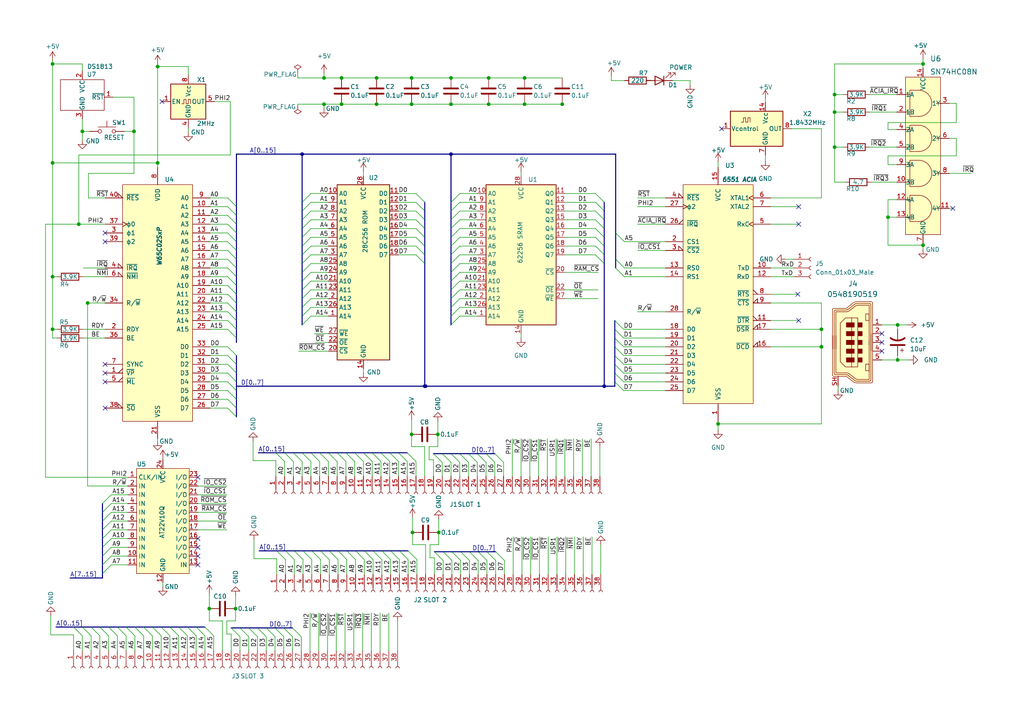
<source format=kicad_sch>
(kicad_sch (version 20211123) (generator eeschema)
  (paper "A4")
  (title_block (title "6502-Retro!") (date "2023-07-18") (rev "2.0") (company "David Latham") (comment 1 "CPU + UART Base Board"))
  (lib_symbols
    (symbol "65xx:6551" (pin_names (offset 1.016))
      (property "Reference" "U" (at -10.16 33.02 0))
      (property "Value" "6551" (at 0 0 90))
      (symbol "6551_1_1"
        (pin power_in line (at 0 -36.83 90) (length 5.08) (name "VSS") (number "1"))
        (pin output line (at 15.24 7.62 180) (length 5.08) (name "TxD") (number "10"))
        (pin output output_low (at 15.24 -7.62 180) (length 5.08) (name "~{DTR}") (number "11"))
        (pin input line (at 15.24 5.08 180) (length 5.08) (name "RxD") (number "12"))
        (pin input line (at -15.24 7.62 0) (length 5.08) (name "RS0") (number "13"))
        (pin input line (at -15.24 5.08 0) (length 5.08) (name "RS1") (number "14"))
        (pin power_in line (at 0 36.83 270) (length 5.08) (name "VCC") (number "15"))
        (pin input input_low (at 15.24 -15.24 180) (length 5.08) (name "~{DCD}") (number "16"))
        (pin input input_low (at 15.24 -10.16 180) (length 5.08) (name "~{DSR}") (number "17"))
        (pin bidirectional line (at -15.24 -10.16 0) (length 5.08) (name "D0") (number "18"))
        (pin bidirectional line (at -15.24 -12.7 0) (length 5.08) (name "D1") (number "19"))
        (pin input line (at -15.24 15.24 0) (length 5.08) (name "CS1") (number "2"))
        (pin bidirectional line (at -15.24 -15.24 0) (length 5.08) (name "D2") (number "20"))
        (pin bidirectional line (at -15.24 -17.78 0) (length 5.08) (name "D3") (number "21"))
        (pin bidirectional line (at -15.24 -20.32 0) (length 5.08) (name "D4") (number "22"))
        (pin bidirectional line (at -15.24 -22.86 0) (length 5.08) (name "D5") (number "23"))
        (pin bidirectional line (at -15.24 -25.4 0) (length 5.08) (name "D6") (number "24"))
        (pin bidirectional line (at -15.24 -27.94 0) (length 5.08) (name "D7") (number "25"))
        (pin open_collector output_low (at -15.24 20.32 0) (length 5.08) (name "~{IRQ}") (number "26"))
        (pin input clock (at -15.24 25.4 0) (length 5.08) (name "ϕ2") (number "27"))
        (pin input line (at -15.24 -5.08 0) (length 5.08) (name "R/~{W}") (number "28"))
        (pin input input_low (at -15.24 12.7 0) (length 5.08) (name "~{CS2}") (number "3"))
        (pin input input_low (at -15.24 27.94 0) (length 5.08) (name "~{RES}") (number "4"))
        (pin bidirectional clock (at 15.24 20.32 180) (length 5.08) (name "RxC") (number "5"))
        (pin input clock (at 15.24 27.94 180) (length 5.08) (name "XTAL1") (number "6"))
        (pin output line (at 15.24 25.4 180) (length 5.08) (name "XTAL2") (number "7"))
        (pin output output_low (at 15.24 0 180) (length 5.08) (name "~{RTS}") (number "8"))
        (pin input input_low (at 15.24 -2.54 180) (length 5.08) (name "~{CTS}") (number "9"))
      )
    )
    (symbol "65xx:W65C02SxP" (pin_names (offset 1.016))
      (property "Reference" "U" (at -10.16 35.56 0))
      (property "Value" "W65C02SxP" (at 0 0 90))
      (symbol "W65C02SxP_1_1"
        (pin output output_low (at -15.24 -20.32 0) (length 5.08) (name "~{VP}") (number "1"))
        (pin tri_state line (at 15.24 27.94 180) (length 5.08) (name "A1") (number "10"))
        (pin tri_state line (at 15.24 25.4 180) (length 5.08) (name "A2") (number "11"))
        (pin tri_state line (at 15.24 22.86 180) (length 5.08) (name "A3") (number "12"))
        (pin tri_state line (at 15.24 20.32 180) (length 5.08) (name "A4") (number "13"))
        (pin tri_state line (at 15.24 17.78 180) (length 5.08) (name "A5") (number "14"))
        (pin tri_state line (at 15.24 15.24 180) (length 5.08) (name "A6") (number "15"))
        (pin tri_state line (at 15.24 12.7 180) (length 5.08) (name "A7") (number "16"))
        (pin tri_state line (at 15.24 10.16 180) (length 5.08) (name "A8") (number "17"))
        (pin tri_state line (at 15.24 7.62 180) (length 5.08) (name "A9") (number "18"))
        (pin tri_state line (at 15.24 5.08 180) (length 5.08) (name "A10") (number "19"))
        (pin open_collector line (at -15.24 -7.62 0) (length 5.08) (name "RDY") (number "2"))
        (pin tri_state line (at 15.24 2.54 180) (length 5.08) (name "A11") (number "20"))
        (pin power_in line (at 0 -39.37 90) (length 5.08) (name "VSS") (number "21"))
        (pin tri_state line (at 15.24 0 180) (length 5.08) (name "A12") (number "22"))
        (pin tri_state line (at 15.24 -2.54 180) (length 5.08) (name "A13") (number "23"))
        (pin tri_state line (at 15.24 -5.08 180) (length 5.08) (name "A14") (number "24"))
        (pin tri_state line (at 15.24 -7.62 180) (length 5.08) (name "A15") (number "25"))
        (pin bidirectional line (at 15.24 -30.48 180) (length 5.08) (name "D7") (number "26"))
        (pin bidirectional line (at 15.24 -27.94 180) (length 5.08) (name "D6") (number "27"))
        (pin bidirectional line (at 15.24 -25.4 180) (length 5.08) (name "D5") (number "28"))
        (pin bidirectional line (at 15.24 -22.86 180) (length 5.08) (name "D4") (number "29"))
        (pin output line (at -15.24 20.32 0) (length 5.08) (name "ϕ1") (number "3"))
        (pin bidirectional line (at 15.24 -20.32 180) (length 5.08) (name "D3") (number "30"))
        (pin bidirectional line (at 15.24 -17.78 180) (length 5.08) (name "D2") (number "31"))
        (pin bidirectional line (at 15.24 -15.24 180) (length 5.08) (name "D1") (number "32"))
        (pin bidirectional line (at 15.24 -12.7 180) (length 5.08) (name "D0") (number "33"))
        (pin tri_state line (at -15.24 0 0) (length 5.08) (name "R/~{W}") (number "34"))
        (pin no_connect non_logic (at -10.16 -27.94 0) (length 2.54) hide (name "nc") (number "35"))
        (pin input line (at -15.24 -10.16 0) (length 5.08) (name "BE") (number "36"))
        (pin input clock (at -15.24 22.86 0) (length 5.08) (name "ϕ0") (number "37"))
        (pin input input_low (at -15.24 -30.48 0) (length 5.08) (name "~{SO}") (number "38"))
        (pin output line (at -15.24 17.78 0) (length 5.08) (name "ϕ2") (number "39"))
        (pin input input_low (at -15.24 10.16 0) (length 5.08) (name "~{IRQ}") (number "4"))
        (pin input input_low (at -15.24 30.48 0) (length 5.08) (name "~{RES}") (number "40"))
        (pin output output_low (at -15.24 -22.86 0) (length 5.08) (name "~{ML}") (number "5"))
        (pin input input_low (at -15.24 7.62 0) (length 5.08) (name "~{NMI}") (number "6"))
        (pin output line (at -15.24 -17.78 0) (length 5.08) (name "SYNC") (number "7"))
        (pin power_in line (at 0 39.37 270) (length 5.08) (name "VDD") (number "8"))
        (pin tri_state line (at 15.24 30.48 180) (length 5.08) (name "A0") (number "9"))
      )
    )
    (symbol "Connector:Conn_01x03_Female" (pin_names (offset 1.016) hide)
      (property "Reference" "J" (at 0 5.08 0))
      (property "Value" "Conn_01x03_Female" (at 0 -5.08 0))
      (symbol "Conn_01x03_Female_1_1"
        (pin passive line (at -5.08 2.54 0) (length 3.81) (name "Pin_1") (number "1"))
        (pin passive line (at -5.08 0 0) (length 3.81) (name "Pin_2") (number "2"))
        (pin passive line (at -5.08 -2.54 0) (length 3.81) (name "Pin_3") (number "3"))
      )
    )
    (symbol "Connector:Conn_01x38_Female" (pin_names (offset 1.016) hide)
      (property "Reference" "J" (at 0 48.26 0))
      (property "Value" "Conn_01x38_Female" (at 0 -50.8 0))
      (symbol "Conn_01x38_Female_1_1"
        (pin passive line (at -5.08 45.72 0) (length 3.81) (name "Pin_1") (number "1"))
        (pin passive line (at -5.08 22.86 0) (length 3.81) (name "Pin_10") (number "10"))
        (pin passive line (at -5.08 20.32 0) (length 3.81) (name "Pin_11") (number "11"))
        (pin passive line (at -5.08 17.78 0) (length 3.81) (name "Pin_12") (number "12"))
        (pin passive line (at -5.08 15.24 0) (length 3.81) (name "Pin_13") (number "13"))
        (pin passive line (at -5.08 12.7 0) (length 3.81) (name "Pin_14") (number "14"))
        (pin passive line (at -5.08 10.16 0) (length 3.81) (name "Pin_15") (number "15"))
        (pin passive line (at -5.08 7.62 0) (length 3.81) (name "Pin_16") (number "16"))
        (pin passive line (at -5.08 5.08 0) (length 3.81) (name "Pin_17") (number "17"))
        (pin passive line (at -5.08 2.54 0) (length 3.81) (name "Pin_18") (number "18"))
        (pin passive line (at -5.08 0 0) (length 3.81) (name "Pin_19") (number "19"))
        (pin passive line (at -5.08 43.18 0) (length 3.81) (name "Pin_2") (number "2"))
        (pin passive line (at -5.08 -2.54 0) (length 3.81) (name "Pin_20") (number "20"))
        (pin passive line (at -5.08 -5.08 0) (length 3.81) (name "Pin_21") (number "21"))
        (pin passive line (at -5.08 -7.62 0) (length 3.81) (name "Pin_22") (number "22"))
        (pin passive line (at -5.08 -10.16 0) (length 3.81) (name "Pin_23") (number "23"))
        (pin passive line (at -5.08 -12.7 0) (length 3.81) (name "Pin_24") (number "24"))
        (pin passive line (at -5.08 -15.24 0) (length 3.81) (name "Pin_25") (number "25"))
        (pin passive line (at -5.08 -17.78 0) (length 3.81) (name "Pin_26") (number "26"))
        (pin passive line (at -5.08 -20.32 0) (length 3.81) (name "Pin_27") (number "27"))
        (pin passive line (at -5.08 -22.86 0) (length 3.81) (name "Pin_28") (number "28"))
        (pin passive line (at -5.08 -25.4 0) (length 3.81) (name "Pin_29") (number "29"))
        (pin passive line (at -5.08 40.64 0) (length 3.81) (name "Pin_3") (number "3"))
        (pin passive line (at -5.08 -27.94 0) (length 3.81) (name "Pin_30") (number "30"))
        (pin passive line (at -5.08 -30.48 0) (length 3.81) (name "Pin_31") (number "31"))
        (pin passive line (at -5.08 -33.02 0) (length 3.81) (name "Pin_32") (number "32"))
        (pin passive line (at -5.08 -35.56 0) (length 3.81) (name "Pin_33") (number "33"))
        (pin passive line (at -5.08 -38.1 0) (length 3.81) (name "Pin_34") (number "34"))
        (pin passive line (at -5.08 -40.64 0) (length 3.81) (name "Pin_35") (number "35"))
        (pin passive line (at -5.08 -43.18 0) (length 3.81) (name "Pin_36") (number "36"))
        (pin passive line (at -5.08 -45.72 0) (length 3.81) (name "Pin_37") (number "37"))
        (pin passive line (at -5.08 -48.26 0) (length 3.81) (name "Pin_38") (number "38"))
        (pin passive line (at -5.08 38.1 0) (length 3.81) (name "Pin_4") (number "4"))
        (pin passive line (at -5.08 35.56 0) (length 3.81) (name "Pin_5") (number "5"))
        (pin passive line (at -5.08 33.02 0) (length 3.81) (name "Pin_6") (number "6"))
        (pin passive line (at -5.08 30.48 0) (length 3.81) (name "Pin_7") (number "7"))
        (pin passive line (at -5.08 27.94 0) (length 3.81) (name "Pin_8") (number "8"))
        (pin passive line (at -5.08 25.4 0) (length 3.81) (name "Pin_9") (number "9"))
      )
    )
    (symbol "Device:C" (pin_numbers hide) (pin_names (offset 0.254))
      (property "Reference" "C" (at 0.635 2.54 0))
      (property "Value" "C" (at 0.635 -2.54 0))
      (symbol "C_1_1"
        (pin passive line (at 0 3.81 270) (length 2.794) (name "~") (number "1"))
        (pin passive line (at 0 -3.81 90) (length 2.794) (name "~") (number "2"))
      )
    )
    (symbol "Device:C_Polarized_US" (pin_numbers hide) (pin_names (offset 0.254) hide)
      (property "Reference" "C" (at 0.635 2.54 0))
      (property "Value" "C_Polarized_US" (at 0.635 -2.54 0))
      (symbol "C_Polarized_US_1_1"
        (pin passive line (at 0 3.81 270) (length 2.794) (name "~") (number "1"))
        (pin passive line (at 0 -3.81 90) (length 3.302) (name "~") (number "2"))
      )
    )
    (symbol "Device:LED" (pin_numbers hide) (pin_names (offset 1.016) hide)
      (property "Reference" "D" (at 0 2.54 0))
      (property "Value" "LED" (at 0 -2.54 0))
      (symbol "LED_1_1"
        (pin passive line (at -3.81 0 0) (length 2.54) (name "K") (number "1"))
        (pin passive line (at 3.81 0 180) (length 2.54) (name "A") (number "2"))
      )
    )
    (symbol "Device:R" (pin_numbers hide) (pin_names (offset 0))
      (property "Reference" "R" (at 2.032 0 90))
      (property "Value" "R" (at 0 0 90))
      (symbol "R_1_1"
        (pin passive line (at 0 3.81 270) (length 1.27) (name "~") (number "1"))
        (pin passive line (at 0 -3.81 90) (length 1.27) (name "~") (number "2"))
      )
    )
    (symbol "Memory_EEPROM:28C256"
      (property "Reference" "U" (at -7.62 26.67 0))
      (property "Value" "28C256" (at 2.54 -26.67 0))
      (symbol "28C256_1_1"
        (pin input line (at -10.16 -12.7 0) (length 2.54) (name "A14") (number "1"))
        (pin input line (at -10.16 22.86 0) (length 2.54) (name "A0") (number "10"))
        (pin tri_state line (at 10.16 22.86 180) (length 2.54) (name "D0") (number "11"))
        (pin tri_state line (at 10.16 20.32 180) (length 2.54) (name "D1") (number "12"))
        (pin tri_state line (at 10.16 17.78 180) (length 2.54) (name "D2") (number "13"))
        (pin power_in line (at 0 -27.94 90) (length 2.54) (name "GND") (number "14"))
        (pin tri_state line (at 10.16 15.24 180) (length 2.54) (name "D3") (number "15"))
        (pin tri_state line (at 10.16 12.7 180) (length 2.54) (name "D4") (number "16"))
        (pin tri_state line (at 10.16 10.16 180) (length 2.54) (name "D5") (number "17"))
        (pin tri_state line (at 10.16 7.62 180) (length 2.54) (name "D6") (number "18"))
        (pin tri_state line (at 10.16 5.08 180) (length 2.54) (name "D7") (number "19"))
        (pin input line (at -10.16 -7.62 0) (length 2.54) (name "A12") (number "2"))
        (pin input line (at -10.16 -22.86 0) (length 2.54) (name "~{CS}") (number "20"))
        (pin input line (at -10.16 -2.54 0) (length 2.54) (name "A10") (number "21"))
        (pin input line (at -10.16 -20.32 0) (length 2.54) (name "~{OE}") (number "22"))
        (pin input line (at -10.16 -5.08 0) (length 2.54) (name "A11") (number "23"))
        (pin input line (at -10.16 0 0) (length 2.54) (name "A9") (number "24"))
        (pin input line (at -10.16 2.54 0) (length 2.54) (name "A8") (number "25"))
        (pin input line (at -10.16 -10.16 0) (length 2.54) (name "A13") (number "26"))
        (pin input line (at -10.16 -17.78 0) (length 2.54) (name "~{WE}") (number "27"))
        (pin power_in line (at 0 27.94 270) (length 2.54) (name "VCC") (number "28"))
        (pin input line (at -10.16 5.08 0) (length 2.54) (name "A7") (number "3"))
        (pin input line (at -10.16 7.62 0) (length 2.54) (name "A6") (number "4"))
        (pin input line (at -10.16 10.16 0) (length 2.54) (name "A5") (number "5"))
        (pin input line (at -10.16 12.7 0) (length 2.54) (name "A4") (number "6"))
        (pin input line (at -10.16 15.24 0) (length 2.54) (name "A3") (number "7"))
        (pin input line (at -10.16 17.78 0) (length 2.54) (name "A2") (number "8"))
        (pin input line (at -10.16 20.32 0) (length 2.54) (name "A1") (number "9"))
      )
    )
    (symbol "Memory_RAM:KM62256CLP"
      (property "Reference" "U" (at -10.16 20.955 0))
      (property "Value" "KM62256CLP" (at 2.54 20.955 0))
      (symbol "KM62256CLP_0_0"
        (pin power_in line (at 0 -22.86 90) (length 2.54) (name "GND") (number "14"))
        (pin power_in line (at 0 22.86 270) (length 2.54) (name "VCC") (number "28"))
      )
      (symbol "KM62256CLP_1_1"
        (pin input line (at -12.7 -17.78 0) (length 2.54) (name "A14") (number "1"))
        (pin input line (at -12.7 17.78 0) (length 2.54) (name "A0") (number "10"))
        (pin tri_state line (at 12.7 17.78 180) (length 2.54) (name "Q0") (number "11"))
        (pin tri_state line (at 12.7 15.24 180) (length 2.54) (name "Q1") (number "12"))
        (pin tri_state line (at 12.7 12.7 180) (length 2.54) (name "Q2") (number "13"))
        (pin tri_state line (at 12.7 10.16 180) (length 2.54) (name "Q3") (number "15"))
        (pin tri_state line (at 12.7 7.62 180) (length 2.54) (name "Q4") (number "16"))
        (pin tri_state line (at 12.7 5.08 180) (length 2.54) (name "Q5") (number "17"))
        (pin tri_state line (at 12.7 2.54 180) (length 2.54) (name "Q6") (number "18"))
        (pin tri_state line (at 12.7 0 180) (length 2.54) (name "Q7") (number "19"))
        (pin input line (at -12.7 -12.7 0) (length 2.54) (name "A12") (number "2"))
        (pin input line (at 12.7 -5.08 180) (length 2.54) (name "~{CS}") (number "20"))
        (pin input line (at -12.7 -7.62 0) (length 2.54) (name "A10") (number "21"))
        (pin input line (at 12.7 -10.16 180) (length 2.54) (name "~{OE}") (number "22"))
        (pin input line (at -12.7 -10.16 0) (length 2.54) (name "A11") (number "23"))
        (pin input line (at -12.7 -5.08 0) (length 2.54) (name "A9") (number "24"))
        (pin input line (at -12.7 -2.54 0) (length 2.54) (name "A8") (number "25"))
        (pin input line (at -12.7 -15.24 0) (length 2.54) (name "A13") (number "26"))
        (pin input line (at 12.7 -12.7 180) (length 2.54) (name "~{WE}") (number "27"))
        (pin input line (at -12.7 0 0) (length 2.54) (name "A7") (number "3"))
        (pin input line (at -12.7 2.54 0) (length 2.54) (name "A6") (number "4"))
        (pin input line (at -12.7 5.08 0) (length 2.54) (name "A5") (number "5"))
        (pin input line (at -12.7 7.62 0) (length 2.54) (name "A4") (number "6"))
        (pin input line (at -12.7 10.16 0) (length 2.54) (name "A3") (number "7"))
        (pin input line (at -12.7 12.7 0) (length 2.54) (name "A2") (number "8"))
        (pin input line (at -12.7 15.24 0) (length 2.54) (name "A1") (number "9"))
      )
    )
    (symbol "Oscillator:CXO_DIP8" (pin_names (offset 0.254))
      (property "Reference" "X" (at -5.08 6.35 0))
      (property "Value" "CXO_DIP8" (at 1.27 -6.35 0))
      (symbol "CXO_DIP8_1_1"
        (pin input line (at -7.62 0 0) (length 2.54) (name "EN") (number "1"))
        (pin power_in line (at 0 -7.62 90) (length 2.54) (name "GND") (number "4"))
        (pin output line (at 7.62 0 180) (length 2.54) (name "OUT") (number "5"))
        (pin power_in line (at 0 7.62 270) (length 2.54) (name "Vcc") (number "8"))
      )
    )
    (symbol "Oscillator:OCXO-14" (pin_names (offset 0.254))
      (property "Reference" "X" (at -5.08 6.35 0))
      (property "Value" "OCXO-14" (at 1.27 -6.35 0))
      (symbol "OCXO-14_1_1"
        (pin input line (at -12.7 0 0) (length 2.54) (name "Vcontrol") (number "1"))
        (pin power_in line (at 0 7.62 270) (length 2.54) (name "Vcc") (number "14"))
        (pin power_in line (at 0 -7.62 90) (length 2.54) (name "GND") (number "7"))
        (pin output line (at 7.62 0 180) (length 2.54) (name "OUT") (number "8"))
      )
    )
    (symbol "Switch:SW_Push" (pin_numbers hide) (pin_names (offset 1.016) hide)
      (property "Reference" "SW" (at 1.27 2.54 0))
      (property "Value" "SW_Push" (at 0 -1.524 0))
      (symbol "SW_Push_0_1"
        (pin passive line (at -5.08 0 0) (length 2.54) (name "1") (number "1"))
        (pin passive line (at 5.08 0 180) (length 2.54) (name "2") (number "2"))
      )
    )
    (symbol "dk_Logic-Gates-and-Inverters:SN74HC08N" (pin_names (offset 0.0254))
      (property "Reference" "U6" (at 2.0194 12.954 0))
      (property "Value" "SN74HC08N" (at 2.0194 9.144 0))
      (symbol "SN74HC08N_1_1"
        (pin input line (at -7.62 2.54 0) (length 2.54) (name "1A") (number "1"))
        (pin input line (at -7.62 -22.86 0) (length 2.54) (name "3B") (number "10"))
        (pin output line (at 7.62 -30.48 180) (length 2.54) (name "4Y") (number "11"))
        (pin input line (at -7.62 -27.94 0) (length 2.54) (name "4A") (number "12"))
        (pin input line (at -7.62 -33.02 0) (length 2.54) (name "4B") (number "13"))
        (pin power_in line (at 0 10.16 270) (length 2.54) (name "VCC") (number "14"))
        (pin input line (at -7.62 -2.54 0) (length 2.54) (name "1B") (number "2"))
        (pin output line (at 7.62 0 180) (length 2.54) (name "1Y") (number "3"))
        (pin input line (at -7.62 -7.62 0) (length 2.54) (name "2A") (number "4"))
        (pin input line (at -7.62 -12.7 0) (length 2.54) (name "2B") (number "5"))
        (pin output line (at 7.62 -10.16 180) (length 2.54) (name "2Y") (number "6"))
        (pin power_in line (at 0 -40.64 90) (length 2.54) (name "GND") (number "7"))
        (pin output line (at 7.62 -20.32 180) (length 2.54) (name "3Y") (number "8"))
        (pin input line (at -7.62 -17.78 0) (length 2.54) (name "3A") (number "9"))
      )
    )
    (symbol "dk_USB-DVI-HDMI-Connectors:0548190519" (pin_names (offset 1.016))
      (property "Reference" "J" (at -5.715 12.7 0))
      (property "Value" "0548190519" (at -8.255 -5.715 90))
      (symbol "0548190519_1_1"
        (pin passive line (at 7.62 5.08 180) (length 2.667) (name "~") (number "1"))
        (pin passive line (at 7.62 2.54 180) (length 2.667) (name "~") (number "2"))
        (pin passive line (at 7.62 0 180) (length 2.667) (name "~") (number "3"))
        (pin passive line (at 7.62 -2.54 180) (length 2.667) (name "~") (number "4"))
        (pin passive line (at 7.62 -5.08 180) (length 2.667) (name "~") (number "5"))
        (pin passive line (at -5.08 -12.7 90) (length 2.794) (name "~") (number "SH"))
      )
    )
    (symbol "pd_kicad_lib:AT22V10Q"
      (property "Reference" "U" (at 3.81 1.27 0))
      (property "Value" "AT22V10Q" (at 0 -13.97 90))
      (symbol "AT22V10Q_0_0"
        (pin input line (at -10.16 -2.54 0) (length 2.54) (name "CLK/IN") (number "1"))
        (pin input line (at -10.16 -25.4 0) (length 2.54) (name "IN") (number "10"))
        (pin input line (at -10.16 -27.94 0) (length 2.54) (name "IN") (number "11"))
        (pin power_in line (at 0 -33.02 90) (length 2.54) (name "GND") (number "12"))
        (pin input line (at 10.16 -27.94 180) (length 2.54) (name "IN") (number "13"))
        (pin bidirectional line (at 10.16 -25.4 180) (length 2.54) (name "I/O") (number "14"))
        (pin bidirectional line (at 10.16 -22.86 180) (length 2.54) (name "I/O") (number "15"))
        (pin bidirectional line (at 10.16 -20.32 180) (length 2.54) (name "I/O") (number "16"))
        (pin bidirectional line (at 10.16 -17.78 180) (length 2.54) (name "I/O") (number "17"))
        (pin bidirectional line (at 10.16 -15.24 180) (length 2.54) (name "I/O") (number "18"))
        (pin bidirectional line (at 10.16 -12.7 180) (length 2.54) (name "I/O") (number "19"))
        (pin input line (at -10.16 -5.08 0) (length 2.54) (name "IN") (number "2"))
        (pin bidirectional line (at 10.16 -10.16 180) (length 2.54) (name "I/O") (number "20"))
        (pin bidirectional line (at 10.16 -7.62 180) (length 2.54) (name "I/O") (number "21"))
        (pin bidirectional line (at 10.16 -5.08 180) (length 2.54) (name "I/O") (number "22"))
        (pin bidirectional line (at 10.16 -2.54 180) (length 2.54) (name "I/O") (number "23"))
        (pin power_in line (at 0 2.54 270) (length 2.54) (name "VCC") (number "24"))
        (pin input line (at -10.16 -7.62 0) (length 2.54) (name "IN") (number "3"))
        (pin input line (at -10.16 -10.16 0) (length 2.54) (name "IN") (number "4"))
        (pin input line (at -10.16 -12.7 0) (length 2.54) (name "IN") (number "5"))
        (pin input line (at -10.16 -15.24 0) (length 2.54) (name "IN") (number "6"))
        (pin input line (at -10.16 -17.78 0) (length 2.54) (name "IN") (number "7"))
        (pin input line (at -10.16 -20.32 0) (length 2.54) (name "IN") (number "8"))
        (pin input line (at -10.16 -22.86 0) (length 2.54) (name "IN") (number "9"))
      )
    )
    (symbol "power:+5V" (power) (pin_names (offset 0))
      (property "Value" "+5V" (at 0 3.556 0))
      (symbol "+5V_1_1"
        (pin power_in line (at 0 0 90) (length 0) hide (name "+5V") (number "1"))
      )
    )
    (symbol "power:GND" (power) (pin_names (offset 0))
      (property "Value" "GND" (at 0 -3.81 0))
      (symbol "GND_1_1"
        (pin power_in line (at 0 0 270) (length 0) hide (name "GND") (number "1"))
      )
    )
    (symbol "power:PWR_FLAG" (power) (pin_numbers hide) (pin_names (offset 0) hide)
      (property "Value" "PWR_FLAG" (at 0 3.81 0))
      (symbol "PWR_FLAG_0_0"
        (pin power_out line (at 0 0 90) (length 0) (name "pwr") (number "1"))
      )
    )
    (symbol "productiondave:DS1813" (pin_names (offset 0.002))
      (property "Reference" "U" (at 3.81 2.54 0))
      (property "Value" "DS1813" (at -5.08 2.54 0))
      (symbol "DS1813_0_0"
        (pin output line (at 8.89 -5.08 180) (length 2.54) (name "~{RST}") (number "1"))
        (pin power_in line (at 0 2.54 270) (length 2.54) (name "VCC") (number "2"))
        (pin power_in line (at 0 -11.43 90) (length 2.54) (name "GND") (number "3"))
      )
    )
  )
  (junction (at 242.062 27.432))
  (junction (at 45.72 47.244))
  (junction (at 141.732 30.226))
  (junction (at 109.22 30.226))
  (junction (at 93.98 30.226))
  (junction (at 119.38 22.606))
  (junction (at 152.146 30.226))
  (junction (at 68.326 176.53))
  (junction (at 99.06 30.226))
  (junction (at 257.556 62.992))
  (junction (at 267.716 18.542))
  (junction (at 15.24 18.542))
  (junction (at 242.062 32.512))
  (junction (at 130.81 44.704))
  (junction (at 175.26 112.014))
  (junction (at 141.732 22.606))
  (junction (at 208.28 122.936))
  (junction (at 127.254 154.432))
  (junction (at 260.35 104.394))
  (junction (at 23.876 38.1))
  (junction (at 267.716 71.12))
  (junction (at 15.24 95.504))
  (junction (at 15.24 80.264))
  (junction (at 60.706 176.53))
  (junction (at 152.146 22.606))
  (junction (at 260.35 94.234))
  (junction (at 93.98 22.606))
  (junction (at 119.38 30.226))
  (junction (at 119.634 154.432))
  (junction (at 127 125.984))
  (junction (at 87.63 44.704))
  (junction (at 45.72 19.304))
  (junction (at 109.22 22.606))
  (junction (at 38.862 38.1))
  (junction (at 25.4187 87.884))
  (junction (at 238.252 95.504))
  (junction (at 119.38 125.984))
  (junction (at 130.81 22.606))
  (junction (at 123.19 112.014))
  (junction (at 130.81 30.226))
  (junction (at 15.24 47.244))
  (junction (at 123.444 112.014))
  (junction (at 238.252 100.584))
  (junction (at 99.06 22.606))
  (junction (at 163.068 30.226))
  (junction (at 22.86 65.024))
  (junction (at 242.062 42.672))
  (no_connect (at 231.648 65.024))
  (no_connect (at 30.48 70.104))
  (no_connect (at 57.404 163.83))
  (no_connect (at 46.99 29.464))
  (no_connect (at 30.48 118.364))
  (no_connect (at 30.48 105.664))
  (no_connect (at 255.778 96.774))
  (no_connect (at 255.778 99.314))
  (no_connect (at 209.296 37.338))
  (no_connect (at 57.404 158.75))
  (no_connect (at 57.404 161.29))
  (no_connect (at 57.404 156.21))
  (no_connect (at 255.778 101.854))
  (no_connect (at 57.404 138.43))
  (no_connect (at 276.352 60.452))
  (no_connect (at 231.648 59.944))
  (no_connect (at 30.48 67.564))
  (no_connect (at 231.394 85.344))
  (no_connect (at 30.48 110.744))
  (no_connect (at 231.648 92.964))
  (no_connect (at 30.48 108.204))
  (bus_entry (at 138.43 134.112) (size -2.54 -2.54))
  (bus_entry (at 178.308 100.584) (size 2.54 2.54))
  (bus_entry (at 66.04 67.564) (size 2.54 2.54))
  (bus_entry (at 90.17 81.534) (size -2.54 2.54))
  (bus_entry (at 133.35 68.834) (size -2.54 2.54))
  (bus_entry (at 113.03 131.318) (size 2.54 2.54))
  (bus_entry (at 90.17 71.374) (size -2.54 2.54))
  (bus_entry (at 66.04 90.424) (size 2.54 2.54))
  (bus_entry (at 178.308 105.664) (size 2.54 2.54))
  (bus_entry (at 136.144 162.56) (size -2.54 -2.54))
  (bus_entry (at 46.736 181.864) (size 2.54 2.54))
  (bus_entry (at 133.35 76.454) (size -2.54 2.54))
  (bus_entry (at 172.72 71.374) (size 2.54 2.54))
  (bus_entry (at 172.72 73.914) (size 2.54 2.54))
  (bus_entry (at 172.72 58.674) (size 2.54 2.54))
  (bus_entry (at 105.41 131.318) (size 2.54 2.54))
  (bus_entry (at 59.436 181.864) (size 2.54 2.54))
  (bus_entry (at 90.17 86.614) (size -2.54 2.54))
  (bus_entry (at 66.04 103.124) (size 2.54 2.54))
  (bus_entry (at 98.044 159.766) (size 2.54 2.54))
  (bus_entry (at 87.884 159.766) (size 2.54 2.54))
  (bus_entry (at 178.562 75.184) (size 2.54 2.54))
  (bus_entry (at 133.35 66.294) (size -2.54 2.54))
  (bus_entry (at 133.35 56.134) (size -2.54 2.54))
  (bus_entry (at 95.504 159.766) (size 2.54 2.54))
  (bus_entry (at 90.17 66.294) (size -2.54 2.54))
  (bus_entry (at 66.04 100.584) (size 2.54 2.54))
  (bus_entry (at 133.35 86.614) (size -2.54 2.54))
  (bus_entry (at 120.65 71.374) (size 2.54 2.54))
  (bus_entry (at 133.35 58.674) (size -2.54 2.54))
  (bus_entry (at 115.824 159.766) (size 2.54 2.54))
  (bus_entry (at 133.604 162.56) (size -2.54 -2.54))
  (bus_entry (at 77.216 184.658) (size -2.54 -2.54))
  (bus_entry (at 172.72 61.214) (size 2.54 2.54))
  (bus_entry (at 90.424 159.766) (size 2.54 2.54))
  (bus_entry (at 128.524 162.56) (size -2.54 -2.54))
  (bus_entry (at 82.804 159.766) (size 2.54 2.54))
  (bus_entry (at 39.116 181.864) (size 2.54 2.54))
  (bus_entry (at 66.04 87.884) (size 2.54 2.54))
  (bus_entry (at 115.57 131.318) (size 2.54 2.54))
  (bus_entry (at 178.308 98.044) (size 2.54 2.54))
  (bus_entry (at 79.756 184.658) (size -2.54 -2.54))
  (bus_entry (at 133.35 73.914) (size -2.54 2.54))
  (bus_entry (at 66.04 105.664) (size 2.54 2.54))
  (bus_entry (at 66.04 82.804) (size 2.54 2.54))
  (bus_entry (at 178.308 95.504) (size 2.54 2.54))
  (bus_entry (at 120.65 68.834) (size 2.54 2.54))
  (bus_entry (at 32.258 148.59) (size -2.54 2.54))
  (bus_entry (at 138.684 162.56) (size -2.54 -2.54))
  (bus_entry (at 90.17 78.994) (size -2.54 2.54))
  (bus_entry (at 84.836 184.658) (size -2.54 -2.54))
  (bus_entry (at 178.308 103.124) (size 2.54 2.54))
  (bus_entry (at 133.35 91.694) (size -2.54 2.54))
  (bus_entry (at 69.596 184.658) (size -2.54 -2.54))
  (bus_entry (at 87.63 131.318) (size 2.54 2.54))
  (bus_entry (at 143.764 162.56) (size -2.54 -2.54))
  (bus_entry (at 92.71 131.318) (size 2.54 2.54))
  (bus_entry (at 72.136 184.658) (size -2.54 -2.54))
  (bus_entry (at 66.04 108.204) (size 2.54 2.54))
  (bus_entry (at 49.276 181.864) (size 2.54 2.54))
  (bus_entry (at 95.25 131.318) (size 2.54 2.54))
  (bus_entry (at 90.17 84.074) (size -2.54 2.54))
  (bus_entry (at 118.11 131.318) (size 2.54 2.54))
  (bus_entry (at 66.04 70.104) (size 2.54 2.54))
  (bus_entry (at 92.964 159.766) (size 2.54 2.54))
  (bus_entry (at 54.356 181.864) (size 2.54 2.54))
  (bus_entry (at 102.87 131.318) (size 2.54 2.54))
  (bus_entry (at 110.744 159.766) (size 2.54 2.54))
  (bus_entry (at 178.562 77.724) (size 2.54 2.54))
  (bus_entry (at 66.04 72.644) (size 2.54 2.54))
  (bus_entry (at 133.35 84.074) (size -2.54 2.54))
  (bus_entry (at 74.676 184.658) (size -2.54 -2.54))
  (bus_entry (at 130.81 134.112) (size -2.54 -2.54))
  (bus_entry (at 66.04 80.264) (size 2.54 2.54))
  (bus_entry (at 105.664 159.766) (size 2.54 2.54))
  (bus_entry (at 97.79 131.318) (size 2.54 2.54))
  (bus_entry (at 82.296 184.658) (size -2.54 -2.54))
  (bus_entry (at 118.364 159.766) (size 2.54 2.54))
  (bus_entry (at 90.17 68.834) (size -2.54 2.54))
  (bus_entry (at 120.65 63.754) (size 2.54 2.54))
  (bus_entry (at 32.258 161.29) (size -2.54 2.54))
  (bus_entry (at 32.258 158.75) (size -2.54 2.54))
  (bus_entry (at 66.04 75.184) (size 2.54 2.54))
  (bus_entry (at 90.17 76.454) (size -2.54 2.54))
  (bus_entry (at 32.258 146.05) (size -2.54 2.54))
  (bus_entry (at 178.562 67.564) (size 2.54 2.54))
  (bus_entry (at 66.04 113.284) (size 2.54 2.54))
  (bus_entry (at 85.09 131.318) (size 2.54 2.54))
  (bus_entry (at 120.65 61.214) (size 2.54 2.54))
  (bus_entry (at 90.17 89.154) (size -2.54 2.54))
  (bus_entry (at 90.17 56.134) (size -2.54 2.54))
  (bus_entry (at 172.72 63.754) (size 2.54 2.54))
  (bus_entry (at 131.064 162.56) (size -2.54 -2.54))
  (bus_entry (at 172.72 66.294) (size 2.54 2.54))
  (bus_entry (at 66.04 57.404) (size 2.54 2.54))
  (bus_entry (at 90.17 63.754) (size -2.54 2.54))
  (bus_entry (at 135.89 134.112) (size -2.54 -2.54))
  (bus_entry (at 143.51 134.112) (size -2.54 -2.54))
  (bus_entry (at 51.816 181.864) (size 2.54 2.54))
  (bus_entry (at 80.264 159.766) (size 2.54 2.54))
  (bus_entry (at 140.97 134.112) (size -2.54 -2.54))
  (bus_entry (at 90.17 91.694) (size -2.54 2.54))
  (bus_entry (at 133.35 78.994) (size -2.54 2.54))
  (bus_entry (at 66.04 110.744) (size 2.54 2.54))
  (bus_entry (at 28.956 181.864) (size 2.54 2.54))
  (bus_entry (at 32.258 143.51) (size -2.54 2.54))
  (bus_entry (at 66.04 85.344) (size 2.54 2.54))
  (bus_entry (at 120.65 66.294) (size 2.54 2.54))
  (bus_entry (at 41.656 181.864) (size 2.54 2.54))
  (bus_entry (at 172.72 56.134) (size 2.54 2.54))
  (bus_entry (at 44.196 181.864) (size 2.54 2.54))
  (bus_entry (at 108.204 159.766) (size 2.54 2.54))
  (bus_entry (at 32.258 151.13) (size -2.54 2.54))
  (bus_entry (at 172.72 68.834) (size 2.54 2.54))
  (bus_entry (at 34.036 181.864) (size 2.54 2.54))
  (bus_entry (at 133.35 134.112) (size -2.54 -2.54))
  (bus_entry (at 32.258 156.21) (size -2.54 2.54))
  (bus_entry (at 128.27 134.112) (size -2.54 -2.54))
  (bus_entry (at 23.876 181.864) (size 2.54 2.54))
  (bus_entry (at 80.01 131.318) (size 2.54 2.54))
  (bus_entry (at 133.35 81.534) (size -2.54 2.54))
  (bus_entry (at 100.33 131.318) (size 2.54 2.54))
  (bus_entry (at 178.308 110.744) (size 2.54 2.54))
  (bus_entry (at 178.308 108.204) (size 2.54 2.54))
  (bus_entry (at 21.336 181.864) (size 2.54 2.54))
  (bus_entry (at 146.304 162.56) (size -2.54 -2.54))
  (bus_entry (at 146.05 134.112) (size -2.54 -2.54))
  (bus_entry (at 120.65 73.914) (size 2.54 2.54))
  (bus_entry (at 66.04 115.824) (size 2.54 2.54))
  (bus_entry (at 87.376 184.658) (size -2.54 -2.54))
  (bus_entry (at 120.65 56.134) (size 2.54 2.54))
  (bus_entry (at 120.65 58.674) (size 2.54 2.54))
  (bus_entry (at 66.04 118.364) (size 2.54 2.54))
  (bus_entry (at 133.35 63.754) (size -2.54 2.54))
  (bus_entry (at 141.224 162.56) (size -2.54 -2.54))
  (bus_entry (at 133.35 71.374) (size -2.54 2.54))
  (bus_entry (at 32.258 153.67) (size -2.54 2.54))
  (bus_entry (at 110.49 131.318) (size 2.54 2.54))
  (bus_entry (at 56.896 181.864) (size 2.54 2.54))
  (bus_entry (at 66.04 77.724) (size 2.54 2.54))
  (bus_entry (at 90.17 73.914) (size -2.54 2.54))
  (bus_entry (at 103.124 159.766) (size 2.54 2.54))
  (bus_entry (at 90.17 131.318) (size 2.54 2.54))
  (bus_entry (at 133.35 61.214) (size -2.54 2.54))
  (bus_entry (at 133.35 89.154) (size -2.54 2.54))
  (bus_entry (at 82.55 131.318) (size 2.54 2.54))
  (bus_entry (at 66.04 92.964) (size 2.54 2.54))
  (bus_entry (at 66.04 65.024) (size 2.54 2.54))
  (bus_entry (at 31.496 181.864) (size 2.54 2.54))
  (bus_entry (at 113.284 159.766) (size 2.54 2.54))
  (bus_entry (at 32.258 163.83) (size -2.54 2.54))
  (bus_entry (at 66.04 95.504) (size 2.54 2.54))
  (bus_entry (at 100.584 159.766) (size 2.54 2.54))
  (bus_entry (at 66.04 62.484) (size 2.54 2.54))
  (bus_entry (at 36.576 181.864) (size 2.54 2.54))
  (bus_entry (at 85.344 159.766) (size 2.54 2.54))
  (bus_entry (at 26.416 181.864) (size 2.54 2.54))
  (bus_entry (at 90.17 61.214) (size -2.54 2.54))
  (bus_entry (at 90.17 58.674) (size -2.54 2.54))
  (bus_entry (at 178.308 92.964) (size 2.54 2.54))
  (bus_entry (at 66.04 59.944) (size 2.54 2.54))
  (bus_entry (at 107.95 131.318) (size 2.54 2.54))
  (wire (pts (xy 140.97 134.112) (xy 140.97 138.176)))
  (bus (pts (xy 130.81 73.914) (xy 130.81 76.454)))
  (wire (pts (xy 60.96 70.104) (xy 66.04 70.104)))
  (bus (pts (xy 87.63 91.694) (xy 87.63 94.234)))
  (wire (pts (xy 127.254 154.432) (xy 127.254 157.988)))
  (wire (pts (xy 110.744 162.306) (xy 110.744 166.624)))
  (bus (pts (xy 133.604 160.02) (xy 136.144 160.02)))
  (wire (pts (xy 49.276 184.404) (xy 49.276 188.722)))
  (wire (pts (xy 115.57 68.834) (xy 120.65 68.834)))
  (bus (pts (xy 108.204 159.766) (xy 110.744 159.766)))
  (bus (pts (xy 29.718 163.83) (xy 29.718 161.29)))
  (wire (pts (xy 181.102 77.724) (xy 193.04 77.724)))
  (wire (pts (xy 193.04 70.104) (xy 181.102 70.104)))
  (bus (pts (xy 123.19 61.214) (xy 123.19 63.754)))
  (wire (pts (xy 180.848 108.204) (xy 193.04 108.204)))
  (bus (pts (xy 178.562 44.704) (xy 178.562 67.564)))
  (bus (pts (xy 34.036 181.864) (xy 36.576 181.864)))
  (wire (pts (xy 67.056 183.896) (xy 65.786 183.896)))
  (wire (pts (xy 128.27 134.112) (xy 128.27 138.176)))
  (wire (pts (xy 151.384 155.702) (xy 151.384 166.624)))
  (bus (pts (xy 68.58 118.364) (xy 68.58 120.904)))
  (wire (pts (xy 74.676 184.658) (xy 74.676 188.722)))
  (wire (pts (xy 95.25 78.994) (xy 90.17 78.994)))
  (wire (pts (xy 193.04 57.404) (xy 184.912 57.404)))
  (wire (pts (xy 227.838 75.184) (xy 230.124 75.184)))
  (wire (pts (xy 138.43 73.914) (xy 133.35 73.914)))
  (wire (pts (xy 169.164 155.702) (xy 169.164 166.624)))
  (bus (pts (xy 125.73 131.572) (xy 128.27 131.572)))
  (bus (pts (xy 130.81 61.214) (xy 130.81 63.754)))
  (wire (pts (xy 163.83 66.294) (xy 172.72 66.294)))
  (wire (pts (xy 38.862 38.1) (xy 38.862 28.194)))
  (wire (pts (xy 90.17 133.858) (xy 90.17 138.176)))
  (wire (pts (xy 123.19 129.54) (xy 119.38 129.54)))
  (bus (pts (xy 87.63 78.994) (xy 87.63 81.534)))
  (wire (pts (xy 107.696 177.8) (xy 107.696 188.722)))
  (wire (pts (xy 164.084 155.702) (xy 164.084 166.624)))
  (wire (pts (xy 26.416 184.404) (xy 26.416 188.722)))
  (bus (pts (xy 130.81 58.674) (xy 130.81 61.214)))
  (wire (pts (xy 187.452 23.368) (xy 188.722 23.368)))
  (wire (pts (xy 13.208 65.024) (xy 13.208 138.43)))
  (wire (pts (xy 95.25 61.214) (xy 90.17 61.214)))
  (bus (pts (xy 29.718 163.83) (xy 29.718 166.37)))
  (bus (pts (xy 90.17 131.318) (xy 92.71 131.318)))
  (wire (pts (xy 15.24 80.264) (xy 16.51 80.264)))
  (wire (pts (xy 131.064 162.56) (xy 131.064 166.624)))
  (wire (pts (xy 23.876 38.1) (xy 23.876 40.64)))
  (bus (pts (xy 175.26 112.014) (xy 178.308 112.014)))
  (wire (pts (xy 82.55 133.858) (xy 82.55 138.176)))
  (bus (pts (xy 130.81 63.754) (xy 130.81 66.294)))
  (wire (pts (xy 36.576 184.404) (xy 36.576 188.722)))
  (bus (pts (xy 87.63 131.318) (xy 90.17 131.318)))
  (wire (pts (xy 25.654 57.404) (xy 25.654 50.292)))
  (bus (pts (xy 123.444 112.014) (xy 175.26 112.014)))
  (bus (pts (xy 130.81 58.674) (xy 130.81 44.704)))
  (wire (pts (xy 229.616 37.338) (xy 238.252 37.338)))
  (wire (pts (xy 25.4187 87.884) (xy 30.48 87.884)))
  (bus (pts (xy 68.58 44.704) (xy 87.63 44.704)))
  (wire (pts (xy 127.254 150.622) (xy 127.254 154.432)))
  (bus (pts (xy 68.58 82.804) (xy 68.58 80.264)))
  (wire (pts (xy 230.124 77.724) (xy 223.52 77.724)))
  (wire (pts (xy 163.83 78.994) (xy 173.482 78.994)))
  (wire (pts (xy 267.716 17.018) (xy 267.716 18.542)))
  (wire (pts (xy 41.656 184.404) (xy 41.656 188.722)))
  (wire (pts (xy 14.732 178.562) (xy 14.732 184.15)))
  (wire (pts (xy 54.61 38.354) (xy 54.61 37.084)))
  (wire (pts (xy 257.556 35.56) (xy 257.556 37.592)))
  (wire (pts (xy 124.714 161.798) (xy 124.714 157.988)))
  (wire (pts (xy 24.13 77.724) (xy 30.48 77.724)))
  (bus (pts (xy 130.81 68.834) (xy 130.81 71.374)))
  (wire (pts (xy 25.654 50.292) (xy 38.862 50.292)))
  (wire (pts (xy 138.43 68.834) (xy 133.35 68.834)))
  (wire (pts (xy 242.062 42.672) (xy 242.062 52.832)))
  (wire (pts (xy 138.43 58.674) (xy 133.35 58.674)))
  (wire (pts (xy 180.848 110.744) (xy 193.04 110.744)))
  (wire (pts (xy 14.732 184.15) (xy 21.336 184.15)))
  (wire (pts (xy 113.03 133.858) (xy 113.03 138.176)))
  (bus (pts (xy 68.58 115.824) (xy 68.58 118.364)))
  (wire (pts (xy 242.062 27.432) (xy 242.062 32.512)))
  (wire (pts (xy 257.556 47.752) (xy 260.096 47.752)))
  (wire (pts (xy 123.444 157.988) (xy 119.634 157.988)))
  (wire (pts (xy 120.904 162.306) (xy 120.904 166.624)))
  (wire (pts (xy 100.33 133.858) (xy 100.33 138.176)))
  (wire (pts (xy 173.99 129.54) (xy 173.99 138.176)))
  (wire (pts (xy 267.716 18.542) (xy 267.716 19.812)))
  (wire (pts (xy 138.43 89.154) (xy 133.35 89.154)))
  (wire (pts (xy 163.83 86.614) (xy 173.482 86.614)))
  (wire (pts (xy 163.83 84.074) (xy 173.482 84.074)))
  (wire (pts (xy 32.258 156.21) (xy 37.084 156.21)))
  (wire (pts (xy 115.57 56.134) (xy 120.65 56.134)))
  (wire (pts (xy 161.544 155.702) (xy 161.544 166.624)))
  (wire (pts (xy 115.57 71.374) (xy 120.65 71.374)))
  (wire (pts (xy 87.884 162.306) (xy 87.884 166.624)))
  (wire (pts (xy 45.72 128.016) (xy 45.72 127.254)))
  (wire (pts (xy 119.38 30.226) (xy 130.81 30.226)))
  (wire (pts (xy 115.57 61.214) (xy 120.65 61.214)))
  (bus (pts (xy 87.63 89.154) (xy 87.63 91.694)))
  (bus (pts (xy 175.26 68.834) (xy 175.26 71.374)))
  (wire (pts (xy 242.062 32.512) (xy 244.602 32.512)))
  (bus (pts (xy 16.256 181.864) (xy 21.336 181.864)))
  (wire (pts (xy 87.63 133.858) (xy 87.63 138.176)))
  (bus (pts (xy 68.58 62.484) (xy 68.58 59.944)))
  (bus (pts (xy 23.876 181.864) (xy 26.416 181.864)))
  (bus (pts (xy 87.63 66.294) (xy 87.63 68.834)))
  (bus (pts (xy 29.718 158.75) (xy 29.718 156.21)))
  (wire (pts (xy 195.072 23.368) (xy 200.152 23.368)))
  (bus (pts (xy 128.524 160.02) (xy 131.064 160.02)))
  (wire (pts (xy 95.25 91.694) (xy 90.17 91.694)))
  (wire (pts (xy 242.062 27.432) (xy 244.602 27.432)))
  (wire (pts (xy 156.21 127.254) (xy 156.21 138.176)))
  (wire (pts (xy 65.786 180.086) (xy 68.326 180.086)))
  (wire (pts (xy 119.38 125.984) (xy 119.38 129.54)))
  (bus (pts (xy 75.184 159.766) (xy 80.264 159.766)))
  (wire (pts (xy 92.456 177.8) (xy 92.456 188.722)))
  (wire (pts (xy 208.28 124.714) (xy 208.28 122.936)))
  (wire (pts (xy 133.604 162.56) (xy 133.604 166.624)))
  (wire (pts (xy 69.596 184.658) (xy 69.596 188.722)))
  (wire (pts (xy 238.252 37.338) (xy 238.252 57.404)))
  (wire (pts (xy 95.25 66.294) (xy 90.17 66.294)))
  (wire (pts (xy 39.116 184.404) (xy 39.116 188.722)))
  (wire (pts (xy 136.144 162.56) (xy 136.144 166.624)))
  (wire (pts (xy 92.964 162.306) (xy 92.964 166.624)))
  (wire (pts (xy 105.41 133.858) (xy 105.41 138.176)))
  (wire (pts (xy 138.43 63.754) (xy 133.35 63.754)))
  (bus (pts (xy 82.55 131.318) (xy 85.09 131.318)))
  (wire (pts (xy 57.404 143.51) (xy 65.786 143.51)))
  (bus (pts (xy 68.58 72.644) (xy 68.58 70.104)))
  (wire (pts (xy 163.83 71.374) (xy 172.72 71.374)))
  (bus (pts (xy 100.584 159.766) (xy 103.124 159.766)))
  (bus (pts (xy 103.124 159.766) (xy 105.664 159.766)))
  (wire (pts (xy 60.96 105.664) (xy 66.04 105.664)))
  (bus (pts (xy 29.718 161.29) (xy 29.718 158.75)))
  (wire (pts (xy 85.09 133.858) (xy 85.09 138.176)))
  (wire (pts (xy 24.13 80.264) (xy 30.48 80.264)))
  (wire (pts (xy 166.624 155.702) (xy 166.624 166.624)))
  (wire (pts (xy 89.916 188.722) (xy 89.916 177.8)))
  (wire (pts (xy 257.556 45.212) (xy 257.556 47.752)))
  (wire (pts (xy 80.264 162.052) (xy 80.264 166.624)))
  (wire (pts (xy 32.258 153.67) (xy 37.084 153.67)))
  (wire (pts (xy 38.862 28.194) (xy 32.766 28.194)))
  (bus (pts (xy 20.32 167.64) (xy 29.718 167.64)))
  (bus (pts (xy 130.81 76.454) (xy 130.81 78.994)))
  (bus (pts (xy 178.308 98.044) (xy 178.308 95.504)))
  (wire (pts (xy 257.556 37.592) (xy 260.096 37.592)))
  (wire (pts (xy 153.67 127.254) (xy 153.67 138.176)))
  (wire (pts (xy 120.65 133.858) (xy 120.65 138.176)))
  (wire (pts (xy 32.258 151.13) (xy 37.084 151.13)))
  (bus (pts (xy 123.19 71.374) (xy 123.19 73.914)))
  (wire (pts (xy 95.25 68.834) (xy 90.17 68.834)))
  (wire (pts (xy 45.72 19.304) (xy 54.61 19.304)))
  (bus (pts (xy 133.35 131.572) (xy 135.89 131.572)))
  (wire (pts (xy 163.83 73.914) (xy 172.72 73.914)))
  (wire (pts (xy 119.634 150.114) (xy 119.634 154.432)))
  (wire (pts (xy 138.43 81.534) (xy 133.35 81.534)))
  (wire (pts (xy 60.96 62.484) (xy 66.04 62.484)))
  (bus (pts (xy 29.718 153.67) (xy 29.718 151.13)))
  (wire (pts (xy 163.83 58.674) (xy 172.72 58.674)))
  (wire (pts (xy 93.98 22.606) (xy 99.06 22.606)))
  (wire (pts (xy 95.25 56.134) (xy 90.17 56.134)))
  (wire (pts (xy 80.01 133.604) (xy 80.01 138.176)))
  (wire (pts (xy 32.258 148.59) (xy 37.084 148.59)))
  (wire (pts (xy 51.816 184.404) (xy 51.816 188.722)))
  (bus (pts (xy 68.58 67.564) (xy 68.58 65.024)))
  (bus (pts (xy 123.19 58.674) (xy 123.19 61.214)))
  (bus (pts (xy 79.756 182.118) (xy 82.296 182.118)))
  (wire (pts (xy 177.292 22.098) (xy 177.292 23.368)))
  (bus (pts (xy 90.424 159.766) (xy 92.964 159.766)))
  (bus (pts (xy 130.81 81.534) (xy 130.81 84.074)))
  (wire (pts (xy 108.204 162.306) (xy 108.204 166.624)))
  (bus (pts (xy 80.01 131.318) (xy 82.55 131.318)))
  (wire (pts (xy 82.804 162.306) (xy 82.804 166.624)))
  (wire (pts (xy 180.848 95.504) (xy 193.04 95.504)))
  (bus (pts (xy 123.19 76.454) (xy 123.19 112.014)))
  (wire (pts (xy 60.96 82.804) (xy 66.04 82.804)))
  (wire (pts (xy 135.89 134.112) (xy 135.89 138.176)))
  (bus (pts (xy 68.58 90.424) (xy 68.58 87.884)))
  (wire (pts (xy 105.156 177.8) (xy 105.156 188.722)))
  (wire (pts (xy 105.41 49.784) (xy 105.41 51.054)))
  (wire (pts (xy 156.464 155.702) (xy 156.464 166.624)))
  (wire (pts (xy 243.078 112.014) (xy 243.078 113.284)))
  (wire (pts (xy 60.96 87.884) (xy 66.04 87.884)))
  (wire (pts (xy 98.044 162.306) (xy 98.044 166.624)))
  (wire (pts (xy 125.984 161.798) (xy 125.984 166.624)))
  (wire (pts (xy 15.24 18.542) (xy 23.876 18.542)))
  (wire (pts (xy 257.556 57.912) (xy 257.556 62.992)))
  (bus (pts (xy 98.044 159.766) (xy 100.584 159.766)))
  (bus (pts (xy 68.58 110.744) (xy 68.58 112.014)))
  (wire (pts (xy 257.556 62.992) (xy 257.556 71.12)))
  (bus (pts (xy 175.26 66.294) (xy 175.26 68.834)))
  (wire (pts (xy 73.66 162.052) (xy 80.264 162.052)))
  (wire (pts (xy 119.38 22.606) (xy 130.81 22.606)))
  (wire (pts (xy 15.24 47.244) (xy 45.72 47.244)))
  (wire (pts (xy 60.96 75.184) (xy 66.04 75.184)))
  (wire (pts (xy 127 122.174) (xy 127 125.984)))
  (wire (pts (xy 115.57 73.914) (xy 120.65 73.914)))
  (wire (pts (xy 60.96 118.364) (xy 66.04 118.364)))
  (wire (pts (xy 276.352 60.452) (xy 275.336 60.452)))
  (bus (pts (xy 46.736 181.864) (xy 49.276 181.864)))
  (wire (pts (xy 64.516 188.722) (xy 64.516 180.086)))
  (wire (pts (xy 73.406 133.604) (xy 80.01 133.604)))
  (wire (pts (xy 163.83 127.254) (xy 163.83 138.176)))
  (wire (pts (xy 105.664 162.306) (xy 105.664 166.624)))
  (bus (pts (xy 175.26 63.754) (xy 175.26 66.294)))
  (bus (pts (xy 130.81 71.374) (xy 130.81 73.914)))
  (wire (pts (xy 143.51 134.112) (xy 143.51 138.176)))
  (wire (pts (xy 193.04 72.644) (xy 184.912 72.644)))
  (wire (pts (xy 22.86 65.024) (xy 30.48 65.024)))
  (wire (pts (xy 242.062 18.542) (xy 242.062 27.432)))
  (wire (pts (xy 23.876 18.542) (xy 23.876 20.574)))
  (wire (pts (xy 252.222 42.672) (xy 260.096 42.672)))
  (bus (pts (xy 97.79 131.318) (xy 100.33 131.318)))
  (wire (pts (xy 60.96 67.564) (xy 66.04 67.564)))
  (wire (pts (xy 181.102 80.264) (xy 193.04 80.264)))
  (wire (pts (xy 57.404 148.59) (xy 65.786 148.59)))
  (wire (pts (xy 231.648 59.944) (xy 223.52 59.944)))
  (wire (pts (xy 124.46 133.35) (xy 124.46 129.54)))
  (bus (pts (xy 110.744 159.766) (xy 113.284 159.766)))
  (bus (pts (xy 87.884 159.766) (xy 90.424 159.766)))
  (wire (pts (xy 90.424 162.306) (xy 90.424 166.624)))
  (wire (pts (xy 138.684 162.56) (xy 138.684 166.624)))
  (wire (pts (xy 15.24 17.526) (xy 15.24 18.542)))
  (bus (pts (xy 113.03 131.318) (xy 115.57 131.318)))
  (wire (pts (xy 92.71 133.858) (xy 92.71 138.176)))
  (wire (pts (xy 68.326 172.72) (xy 68.326 176.53)))
  (wire (pts (xy 238.252 100.584) (xy 238.252 95.504)))
  (wire (pts (xy 60.96 77.724) (xy 66.04 77.724)))
  (wire (pts (xy 193.04 59.944) (xy 184.912 59.944)))
  (bus (pts (xy 178.562 67.564) (xy 178.562 75.184)))
  (wire (pts (xy 152.146 22.606) (xy 163.068 22.606)))
  (bus (pts (xy 115.824 159.766) (xy 118.364 159.766)))
  (wire (pts (xy 151.13 127.254) (xy 151.13 138.176)))
  (bus (pts (xy 130.81 89.154) (xy 130.81 91.694)))
  (bus (pts (xy 100.33 131.318) (xy 102.87 131.318)))
  (wire (pts (xy 159.004 155.702) (xy 159.004 166.624)))
  (wire (pts (xy 60.96 59.944) (xy 66.04 59.944)))
  (wire (pts (xy 93.98 22.606) (xy 86.36 22.606)))
  (wire (pts (xy 260.35 94.234) (xy 260.35 95.504)))
  (wire (pts (xy 61.976 184.404) (xy 61.976 188.722)))
  (wire (pts (xy 138.43 84.074) (xy 133.35 84.074)))
  (wire (pts (xy 231.648 92.964) (xy 223.52 92.964)))
  (bus (pts (xy 67.056 182.118) (xy 69.596 182.118)))
  (wire (pts (xy 138.43 66.294) (xy 133.35 66.294)))
  (wire (pts (xy 54.356 184.404) (xy 54.356 188.722)))
  (bus (pts (xy 105.664 159.766) (xy 108.204 159.766)))
  (wire (pts (xy 180.848 105.664) (xy 193.04 105.664)))
  (wire (pts (xy 60.96 80.264) (xy 66.04 80.264)))
  (wire (pts (xy 94.996 177.8) (xy 94.996 188.722)))
  (wire (pts (xy 32.258 146.05) (xy 37.084 146.05)))
  (wire (pts (xy 277.368 35.56) (xy 257.556 35.56)))
  (wire (pts (xy 95.25 73.914) (xy 90.17 73.914)))
  (wire (pts (xy 13.208 138.43) (xy 37.084 138.43)))
  (wire (pts (xy 91.186 96.774) (xy 95.25 96.774)))
  (wire (pts (xy 54.61 19.304) (xy 54.61 21.844)))
  (bus (pts (xy 178.308 100.584) (xy 178.308 98.044)))
  (bus (pts (xy 87.63 73.914) (xy 87.63 76.454)))
  (wire (pts (xy 97.536 177.8) (xy 97.536 188.722)))
  (wire (pts (xy 163.83 61.214) (xy 172.72 61.214)))
  (wire (pts (xy 30.48 57.404) (xy 25.654 57.404)))
  (wire (pts (xy 177.292 23.368) (xy 181.102 23.368)))
  (wire (pts (xy 275.336 29.972) (xy 277.368 29.972)))
  (wire (pts (xy 23.876 184.404) (xy 23.876 188.722)))
  (wire (pts (xy 100.584 162.306) (xy 100.584 166.624)))
  (wire (pts (xy 138.43 134.112) (xy 138.43 138.176)))
  (wire (pts (xy 260.35 94.234) (xy 255.778 94.234)))
  (wire (pts (xy 60.96 85.344) (xy 66.04 85.344)))
  (wire (pts (xy 146.05 134.112) (xy 146.05 138.176)))
  (wire (pts (xy 77.216 184.658) (xy 77.216 188.722)))
  (bus (pts (xy 68.58 65.024) (xy 68.58 62.484)))
  (wire (pts (xy 60.706 176.53) (xy 60.706 180.086)))
  (wire (pts (xy 180.848 113.284) (xy 193.04 113.284)))
  (wire (pts (xy 138.43 71.374) (xy 133.35 71.374)))
  (wire (pts (xy 32.258 143.51) (xy 37.084 143.51)))
  (bus (pts (xy 102.87 131.318) (xy 105.41 131.318)))
  (wire (pts (xy 86.36 30.226) (xy 86.36 30.48)))
  (wire (pts (xy 86.36 22.606) (xy 86.36 21.336)))
  (wire (pts (xy 125.73 133.35) (xy 124.46 133.35)))
  (bus (pts (xy 130.81 44.704) (xy 178.562 44.704)))
  (wire (pts (xy 113.284 162.306) (xy 113.284 166.624)))
  (wire (pts (xy 79.756 184.658) (xy 79.756 188.722)))
  (wire (pts (xy 267.716 71.12) (xy 267.716 70.612)))
  (wire (pts (xy 231.394 85.344) (xy 223.52 85.344)))
  (wire (pts (xy 99.06 22.606) (xy 109.22 22.606)))
  (bus (pts (xy 130.81 78.994) (xy 130.81 81.534)))
  (bus (pts (xy 87.63 63.754) (xy 87.63 66.294)))
  (wire (pts (xy 238.252 122.936) (xy 238.252 100.584)))
  (wire (pts (xy 130.81 22.606) (xy 141.732 22.606)))
  (wire (pts (xy 47.244 133.096) (xy 47.244 133.35)))
  (bus (pts (xy 68.58 70.104) (xy 68.58 67.564)))
  (wire (pts (xy 151.13 98.044) (xy 151.13 96.774)))
  (bus (pts (xy 54.356 181.864) (xy 56.896 181.864)))
  (wire (pts (xy 277.368 40.132) (xy 277.368 45.212)))
  (bus (pts (xy 68.58 77.724) (xy 68.58 75.184)))
  (wire (pts (xy 109.22 30.226) (xy 119.38 30.226)))
  (bus (pts (xy 68.58 59.944) (xy 68.58 44.704)))
  (wire (pts (xy 148.59 138.176) (xy 148.59 127.254)))
  (bus (pts (xy 68.58 95.504) (xy 68.58 98.044)))
  (wire (pts (xy 125.984 161.798) (xy 124.714 161.798)))
  (wire (pts (xy 252.222 32.512) (xy 260.096 32.512)))
  (bus (pts (xy 87.63 61.214) (xy 87.63 63.754)))
  (wire (pts (xy 100.076 177.8) (xy 100.076 188.722)))
  (wire (pts (xy 84.836 184.658) (xy 84.836 188.722)))
  (bus (pts (xy 44.196 181.864) (xy 46.736 181.864)))
  (wire (pts (xy 148.844 166.624) (xy 148.844 155.702)))
  (bus (pts (xy 178.308 105.664) (xy 178.308 103.124)))
  (bus (pts (xy 68.58 80.264) (xy 68.58 77.724)))
  (wire (pts (xy 95.25 81.534) (xy 90.17 81.534)))
  (bus (pts (xy 92.71 131.318) (xy 95.25 131.318)))
  (wire (pts (xy 109.22 22.606) (xy 119.38 22.606)))
  (wire (pts (xy 44.196 184.404) (xy 44.196 188.722)))
  (wire (pts (xy 138.43 56.134) (xy 133.35 56.134)))
  (bus (pts (xy 68.58 105.664) (xy 68.58 108.204)))
  (wire (pts (xy 60.96 90.424) (xy 66.04 90.424)))
  (wire (pts (xy 166.37 127.254) (xy 166.37 138.176)))
  (bus (pts (xy 131.064 160.02) (xy 133.604 160.02)))
  (wire (pts (xy 130.81 134.112) (xy 130.81 138.176)))
  (wire (pts (xy 221.996 46.736) (xy 221.996 44.958)))
  (wire (pts (xy 138.43 91.694) (xy 133.35 91.694)))
  (wire (pts (xy 34.036 184.404) (xy 34.036 188.722)))
  (wire (pts (xy 25.4 87.884) (xy 25.4 140.97)))
  (wire (pts (xy 138.43 61.214) (xy 133.35 61.214)))
  (wire (pts (xy 93.98 31.496) (xy 93.98 30.226)))
  (wire (pts (xy 36.068 38.1) (xy 38.862 38.1)))
  (wire (pts (xy 85.344 162.306) (xy 85.344 166.624)))
  (wire (pts (xy 275.336 50.292) (xy 281.686 50.292)))
  (wire (pts (xy 128.524 162.56) (xy 128.524 166.624)))
  (wire (pts (xy 31.496 184.404) (xy 31.496 188.722)))
  (bus (pts (xy 68.58 92.964) (xy 68.58 90.424)))
  (wire (pts (xy 60.96 113.284) (xy 66.04 113.284)))
  (bus (pts (xy 105.41 131.318) (xy 107.95 131.318)))
  (bus (pts (xy 68.58 87.884) (xy 68.58 85.344)))
  (wire (pts (xy 118.364 162.306) (xy 118.364 166.624)))
  (wire (pts (xy 146.304 162.56) (xy 146.304 166.624)))
  (bus (pts (xy 123.19 66.294) (xy 123.19 68.834)))
  (wire (pts (xy 141.224 162.56) (xy 141.224 166.624)))
  (wire (pts (xy 22.86 44.958) (xy 22.86 65.024)))
  (wire (pts (xy 171.45 127.254) (xy 171.45 138.176)))
  (wire (pts (xy 32.258 161.29) (xy 37.084 161.29)))
  (bus (pts (xy 68.58 85.344) (xy 68.58 82.804)))
  (bus (pts (xy 29.718 151.13) (xy 29.718 148.59)))
  (wire (pts (xy 124.46 129.54) (xy 127 129.54)))
  (bus (pts (xy 175.26 58.674) (xy 175.26 61.214)))
  (wire (pts (xy 45.72 47.244) (xy 45.72 48.514)))
  (wire (pts (xy 180.848 98.044) (xy 193.04 98.044)))
  (wire (pts (xy 163.068 30.226) (xy 163.322 30.226)))
  (wire (pts (xy 95.25 89.154) (xy 90.17 89.154)))
  (wire (pts (xy 91.44 99.314) (xy 95.25 99.314)))
  (wire (pts (xy 208.28 122.936) (xy 238.252 122.936)))
  (wire (pts (xy 47.244 170.18) (xy 47.244 168.91)))
  (bus (pts (xy 130.81 91.694) (xy 130.81 94.234)))
  (bus (pts (xy 68.58 95.504) (xy 68.58 92.964)))
  (wire (pts (xy 221.996 29.718) (xy 221.996 28.702)))
  (wire (pts (xy 138.43 76.454) (xy 133.35 76.454)))
  (wire (pts (xy 252.222 27.432) (xy 260.096 27.432)))
  (bus (pts (xy 107.95 131.318) (xy 110.49 131.318)))
  (bus (pts (xy 178.308 110.744) (xy 178.308 108.204)))
  (wire (pts (xy 260.35 103.124) (xy 260.35 104.394)))
  (wire (pts (xy 123.444 166.624) (xy 123.444 157.988)))
  (bus (pts (xy 51.816 181.864) (xy 54.356 181.864)))
  (wire (pts (xy 23.876 38.1) (xy 25.908 38.1)))
  (wire (pts (xy 115.57 63.754) (xy 120.65 63.754)))
  (bus (pts (xy 29.718 148.59) (xy 29.718 146.05)))
  (bus (pts (xy 140.97 131.572) (xy 143.51 131.572)))
  (bus (pts (xy 21.336 181.864) (xy 23.876 181.864)))
  (wire (pts (xy 45.72 18.542) (xy 45.72 19.304)))
  (wire (pts (xy 158.75 127.254) (xy 158.75 138.176)))
  (wire (pts (xy 60.96 103.124) (xy 66.04 103.124)))
  (bus (pts (xy 36.576 181.864) (xy 39.116 181.864)))
  (bus (pts (xy 72.136 182.118) (xy 74.676 182.118)))
  (wire (pts (xy 23.876 34.544) (xy 23.876 38.1)))
  (bus (pts (xy 175.26 61.214) (xy 175.26 63.754)))
  (wire (pts (xy 87.376 184.658) (xy 87.376 188.722)))
  (bus (pts (xy 138.684 160.02) (xy 141.224 160.02)))
  (wire (pts (xy 123.19 138.176) (xy 123.19 129.54)))
  (wire (pts (xy 133.35 134.112) (xy 133.35 138.176)))
  (wire (pts (xy 15.24 95.504) (xy 16.51 95.504)))
  (wire (pts (xy 60.96 115.824) (xy 66.04 115.824)))
  (wire (pts (xy 59.436 184.404) (xy 59.436 188.722)))
  (bus (pts (xy 130.81 131.572) (xy 133.35 131.572)))
  (bus (pts (xy 85.09 131.318) (xy 87.63 131.318)))
  (wire (pts (xy 168.91 127.254) (xy 168.91 138.176)))
  (bus (pts (xy 138.43 131.572) (xy 140.97 131.572)))
  (wire (pts (xy 60.96 108.204) (xy 66.04 108.204)))
  (wire (pts (xy 102.616 177.8) (xy 102.616 188.722)))
  (wire (pts (xy 56.896 184.404) (xy 56.896 188.722)))
  (wire (pts (xy 174.244 157.988) (xy 174.244 166.624)))
  (wire (pts (xy 110.49 133.858) (xy 110.49 138.176)))
  (wire (pts (xy 242.062 18.542) (xy 267.716 18.542)))
  (bus (pts (xy 125.984 160.02) (xy 128.524 160.02)))
  (bus (pts (xy 74.676 182.118) (xy 77.216 182.118)))
  (wire (pts (xy 60.96 65.024) (xy 66.04 65.024)))
  (wire (pts (xy 277.368 45.212) (xy 257.556 45.212)))
  (bus (pts (xy 68.58 75.184) (xy 68.58 72.644)))
  (wire (pts (xy 171.704 155.702) (xy 171.704 166.624)))
  (wire (pts (xy 115.57 66.294) (xy 120.65 66.294)))
  (wire (pts (xy 15.24 98.044) (xy 16.51 98.044)))
  (wire (pts (xy 57.404 151.13) (xy 65.786 151.13)))
  (wire (pts (xy 180.848 103.124) (xy 193.04 103.124)))
  (bus (pts (xy 128.27 131.572) (xy 130.81 131.572)))
  (bus (pts (xy 95.504 159.766) (xy 98.044 159.766)))
  (bus (pts (xy 178.308 92.964) (xy 178.308 95.504)))
  (wire (pts (xy 97.79 133.858) (xy 97.79 138.176)))
  (wire (pts (xy 242.062 42.672) (xy 244.602 42.672)))
  (wire (pts (xy 107.95 133.858) (xy 107.95 138.176)))
  (bus (pts (xy 69.596 182.118) (xy 72.136 182.118)))
  (wire (pts (xy 64.516 180.086) (xy 60.706 180.086)))
  (wire (pts (xy 38.862 50.292) (xy 38.862 38.1)))
  (bus (pts (xy 87.63 84.074) (xy 87.63 86.614)))
  (bus (pts (xy 87.63 58.674) (xy 87.63 61.214)))
  (wire (pts (xy 127 125.984) (xy 127 129.54)))
  (wire (pts (xy 24.13 95.504) (xy 30.48 95.504)))
  (wire (pts (xy 260.35 104.394) (xy 255.778 104.394)))
  (wire (pts (xy 95.25 71.374) (xy 90.17 71.374)))
  (bus (pts (xy 87.63 68.834) (xy 87.63 71.374)))
  (bus (pts (xy 123.19 68.834) (xy 123.19 71.374)))
  (bus (pts (xy 28.956 181.864) (xy 31.496 181.864)))
  (wire (pts (xy 163.83 56.134) (xy 172.72 56.134)))
  (bus (pts (xy 123.444 112.014) (xy 123.19 112.014)))
  (bus (pts (xy 175.26 112.014) (xy 175.26 76.454)))
  (bus (pts (xy 175.26 71.374) (xy 175.26 73.914)))
  (wire (pts (xy 193.04 90.424) (xy 184.912 90.424)))
  (wire (pts (xy 95.25 133.858) (xy 95.25 138.176)))
  (bus (pts (xy 123.19 73.914) (xy 123.19 76.454)))
  (bus (pts (xy 87.63 44.704) (xy 130.81 44.704)))
  (wire (pts (xy 28.956 184.404) (xy 28.956 188.722)))
  (wire (pts (xy 32.258 158.75) (xy 37.084 158.75)))
  (wire (pts (xy 99.06 30.226) (xy 109.22 30.226)))
  (wire (pts (xy 60.96 57.404) (xy 66.04 57.404)))
  (wire (pts (xy 223.52 57.404) (xy 238.252 57.404)))
  (wire (pts (xy 32.258 163.83) (xy 37.084 163.83)))
  (wire (pts (xy 15.24 47.244) (xy 15.24 80.264)))
  (wire (pts (xy 60.96 95.504) (xy 66.04 95.504)))
  (wire (pts (xy 22.86 44.958) (xy 66.802 44.958)))
  (wire (pts (xy 66.802 44.958) (xy 66.802 29.464)))
  (wire (pts (xy 62.23 29.464) (xy 66.802 29.464)))
  (wire (pts (xy 267.716 72.39) (xy 267.716 71.12)))
  (wire (pts (xy 141.732 30.226) (xy 152.146 30.226)))
  (bus (pts (xy 68.58 103.124) (xy 68.58 105.664)))
  (bus (pts (xy 136.144 160.02) (xy 138.684 160.02)))
  (bus (pts (xy 82.296 182.118) (xy 84.836 182.118)))
  (bus (pts (xy 87.63 44.704) (xy 87.63 58.674)))
  (wire (pts (xy 15.24 98.044) (xy 15.24 95.504)))
  (bus (pts (xy 178.562 75.184) (xy 178.562 77.724)))
  (bus (pts (xy 87.63 76.454) (xy 87.63 78.994)))
  (wire (pts (xy 60.96 110.744) (xy 66.04 110.744)))
  (wire (pts (xy 141.732 22.606) (xy 152.146 22.606)))
  (bus (pts (xy 123.19 63.754) (xy 123.19 66.294)))
  (bus (pts (xy 178.308 103.124) (xy 178.308 100.584)))
  (wire (pts (xy 95.25 58.674) (xy 90.17 58.674)))
  (bus (pts (xy 74.93 131.318) (xy 80.01 131.318)))
  (wire (pts (xy 124.714 157.988) (xy 127.254 157.988)))
  (wire (pts (xy 138.43 78.994) (xy 133.35 78.994)))
  (wire (pts (xy 245.11 52.832) (xy 242.062 52.832)))
  (wire (pts (xy 163.83 68.834) (xy 172.72 68.834)))
  (wire (pts (xy 180.848 100.584) (xy 193.04 100.584)))
  (wire (pts (xy 95.25 101.854) (xy 86.614 101.854)))
  (wire (pts (xy 93.98 21.336) (xy 93.98 22.606)))
  (wire (pts (xy 115.824 162.306) (xy 115.824 166.624)))
  (bus (pts (xy 175.26 73.914) (xy 175.26 76.454)))
  (wire (pts (xy 257.556 71.12) (xy 267.716 71.12)))
  (wire (pts (xy 231.648 65.024) (xy 223.52 65.024)))
  (wire (pts (xy 223.52 87.884) (xy 238.252 87.884)))
  (wire (pts (xy 21.336 184.15) (xy 21.336 188.722)))
  (wire (pts (xy 93.98 30.226) (xy 99.06 30.226)))
  (wire (pts (xy 82.296 184.658) (xy 82.296 188.722)))
  (wire (pts (xy 45.72 19.304) (xy 45.72 47.244)))
  (bus (pts (xy 29.718 166.37) (xy 29.718 167.64)))
  (wire (pts (xy 65.786 183.896) (xy 65.786 180.086)))
  (wire (pts (xy 57.404 153.67) (xy 65.786 153.67)))
  (wire (pts (xy 60.706 172.212) (xy 60.706 176.53)))
  (wire (pts (xy 115.57 133.858) (xy 115.57 138.176)))
  (bus (pts (xy 31.496 181.864) (xy 34.036 181.864)))
  (wire (pts (xy 15.24 18.542) (xy 15.24 47.244)))
  (wire (pts (xy 24.13 98.044) (xy 30.48 98.044)))
  (wire (pts (xy 208.28 122.936) (xy 208.28 122.174)))
  (bus (pts (xy 85.344 159.766) (xy 87.884 159.766)))
  (wire (pts (xy 200.152 24.638) (xy 200.152 23.368)))
  (wire (pts (xy 257.556 62.992) (xy 260.096 62.992)))
  (bus (pts (xy 141.224 160.02) (xy 143.764 160.02)))
  (bus (pts (xy 87.63 71.374) (xy 87.63 73.914)))
  (bus (pts (xy 95.25 131.318) (xy 97.79 131.318)))
  (wire (pts (xy 46.736 184.404) (xy 46.736 188.722)))
  (wire (pts (xy 263.144 94.234) (xy 260.35 94.234)))
  (wire (pts (xy 95.25 76.454) (xy 90.17 76.454)))
  (bus (pts (xy 56.896 181.864) (xy 59.436 181.864)))
  (wire (pts (xy 95.504 162.306) (xy 95.504 166.624)))
  (wire (pts (xy 119.634 154.432) (xy 119.634 157.988)))
  (wire (pts (xy 238.252 95.504) (xy 238.252 87.884)))
  (wire (pts (xy 110.236 177.8) (xy 110.236 188.722)))
  (wire (pts (xy 60.96 100.584) (xy 66.04 100.584)))
  (wire (pts (xy 119.38 121.666) (xy 119.38 125.984)))
  (wire (pts (xy 15.24 95.504) (xy 15.24 80.264)))
  (bus (pts (xy 92.964 159.766) (xy 95.504 159.766)))
  (bus (pts (xy 178.308 112.014) (xy 178.308 110.744)))
  (wire (pts (xy 252.73 52.832) (xy 260.096 52.832)))
  (wire (pts (xy 161.29 127.254) (xy 161.29 138.176)))
  (wire (pts (xy 57.404 146.05) (xy 65.786 146.05)))
  (wire (pts (xy 223.52 95.504) (xy 238.252 95.504)))
  (wire (pts (xy 230.124 80.264) (xy 223.52 80.264)))
  (wire (pts (xy 67.056 183.896) (xy 67.056 188.722)))
  (wire (pts (xy 105.41 108.204) (xy 105.41 106.934)))
  (wire (pts (xy 95.25 84.074) (xy 90.17 84.074)))
  (bus (pts (xy 39.116 181.864) (xy 41.656 181.864)))
  (wire (pts (xy 112.776 177.8) (xy 112.776 188.722)))
  (wire (pts (xy 102.87 133.858) (xy 102.87 138.176)))
  (bus (pts (xy 135.89 131.572) (xy 138.43 131.572)))
  (wire (pts (xy 130.81 30.226) (xy 141.732 30.226)))
  (wire (pts (xy 163.83 63.754) (xy 172.72 63.754)))
  (bus (pts (xy 113.284 159.766) (xy 115.824 159.766)))
  (wire (pts (xy 263.652 104.394) (xy 260.35 104.394)))
  (bus (pts (xy 68.58 108.204) (xy 68.58 110.744)))
  (wire (pts (xy 68.326 176.53) (xy 68.326 180.086)))
  (wire (pts (xy 60.96 92.964) (xy 66.04 92.964)))
  (wire (pts (xy 152.146 30.226) (xy 163.068 30.226)))
  (bus (pts (xy 80.264 159.766) (xy 82.804 159.766)))
  (bus (pts (xy 82.804 159.766) (xy 85.344 159.766)))
  (bus (pts (xy 115.57 131.318) (xy 118.11 131.318)))
  (bus (pts (xy 110.49 131.318) (xy 113.03 131.318)))
  (wire (pts (xy 95.25 63.754) (xy 90.17 63.754)))
  (wire (pts (xy 153.924 155.702) (xy 153.924 166.624)))
  (wire (pts (xy 95.25 86.614) (xy 90.17 86.614)))
  (bus (pts (xy 68.58 98.044) (xy 68.58 99.314)))
  (bus (pts (xy 26.416 181.864) (xy 28.956 181.864)))
  (wire (pts (xy 260.096 57.912) (xy 257.556 57.912)))
  (bus (pts (xy 68.58 113.284) (xy 68.58 112.014)))
  (wire (pts (xy 60.96 72.644) (xy 66.04 72.644)))
  (wire (pts (xy 13.208 65.024) (xy 22.86 65.024)))
  (wire (pts (xy 73.66 156.464) (xy 73.66 162.052)))
  (bus (pts (xy 87.63 81.534) (xy 87.63 84.074)))
  (bus (pts (xy 41.656 181.864) (xy 44.196 181.864)))
  (wire (pts (xy 184.912 65.024) (xy 193.04 65.024)))
  (bus (pts (xy 130.81 84.074) (xy 130.81 86.614)))
  (wire (pts (xy 208.28 46.99) (xy 208.28 48.514)))
  (bus (pts (xy 29.718 156.21) (xy 29.718 153.67)))
  (wire (pts (xy 73.406 128.016) (xy 73.406 133.604)))
  (wire (pts (xy 277.368 29.972) (xy 277.368 35.56)))
  (bus (pts (xy 49.276 181.864) (xy 51.816 181.864)))
  (bus (pts (xy 68.58 112.014) (xy 123.19 112.014)))
  (wire (pts (xy 115.316 180.086) (xy 115.316 188.722)))
  (wire (pts (xy 118.11 133.858) (xy 118.11 138.176)))
  (bus (pts (xy 178.308 108.204) (xy 178.308 105.664)))
  (wire (pts (xy 125.73 133.35) (xy 125.73 138.176)))
  (wire (pts (xy 223.52 100.584) (xy 238.252 100.584)))
  (wire (pts (xy 138.43 86.614) (xy 133.35 86.614)))
  (wire (pts (xy 115.57 58.674) (xy 120.65 58.674)))
  (wire (pts (xy 151.13 49.784) (xy 151.13 51.054)))
  (bus (pts (xy 77.216 182.118) (xy 79.756 182.118)))
  (wire (pts (xy 57.404 140.97) (xy 65.786 140.97)))
  (bus (pts (xy 130.81 66.294) (xy 130.81 68.834)))
  (wire (pts (xy 72.136 184.658) (xy 72.136 188.722)))
  (wire (pts (xy 242.062 32.512) (xy 242.062 42.672)))
  (bus (pts (xy 130.81 86.614) (xy 130.81 89.154)))
  (wire (pts (xy 37.084 140.97) (xy 25.4 140.97)))
  (bus (pts (xy 68.58 113.284) (xy 68.58 115.824)))
  (wire (pts (xy 143.764 162.56) (xy 143.764 166.624)))
  (wire (pts (xy 103.124 162.306) (xy 103.124 166.624)))
  (wire (pts (xy 93.98 30.226) (xy 86.36 30.226)))
  (bus (pts (xy 87.63 86.614) (xy 87.63 89.154)))
  (wire (pts (xy 275.336 40.132) (xy 277.368 40.132)))
  (label "A0" (at 82.804 166.116 90))
  (label "D5" (at 82.296 187.706 90))
  (label "D4" (at 180.848 105.664 0))
  (label "A12" (at 60.96 87.884 0))
  (label "USR1" (at 161.29 127.254 270))
  (label "A10" (at 108.204 166.116 90))
  (label "A10" (at 60.96 82.804 0))
  (label "D4" (at 79.756 187.706 90))
  (label "A4" (at 92.71 137.668 90))
  (label "A5" (at 36.576 188.214 90))
  (label "A1" (at 85.344 166.116 90))
  (label "A14" (at 118.364 166.116 90))
  (label "~{NMI}" (at 107.696 177.8 270))
  (label "~{IRQ1}" (at 252.73 32.512 0))
  (label "RxD" (at 226.568 77.724 0))
  (label "D7" (at 146.05 137.16 90))
  (label "A1" (at 60.96 59.944 0))
  (label "D0" (at 115.57 56.134 0))
  (label "A14" (at 59.436 188.214 90))
  (label "D0" (at 69.596 187.706 90))
  (label "A8" (at 95.25 76.454 180))
  (label "D[0..7]" (at 143.764 160.02 180))
  (label "D5" (at 60.96 113.284 0))
  (label "D5" (at 141.224 165.608 90))
  (label "D0" (at 180.848 95.504 0))
  (label "A11" (at 32.512 153.67 0))
  (label "A11" (at 138.43 84.074 180))
  (label "~{IO_CS1}" (at 184.912 72.644 0))
  (label "D6" (at 143.764 165.608 90))
  (label "~{NMI}" (at 166.37 127.254 270))
  (label "A6" (at 39.116 188.214 90))
  (label "A15" (at 61.976 188.214 90))
  (label "~{IRQ3}" (at 253.238 52.832 0))
  (label "A14" (at 118.11 137.668 90))
  (label "PHI2" (at 89.916 177.8 270))
  (label "A11" (at 95.25 84.074 180))
  (label "R{slash}~{W}" (at 92.456 177.8 270))
  (label "A2" (at 28.956 188.214 90))
  (label "A1" (at 181.102 80.264 0))
  (label "BE" (at 112.776 177.8 270))
  (label "A15" (at 120.65 137.668 90))
  (label "D7" (at 87.376 187.706 90))
  (label "D4" (at 167.64 66.294 0))
  (label "R{slash}~{W}" (at 32.512 140.97 0))
  (label "~{IO_CS1}" (at 65.786 143.51 180))
  (label "A0" (at 181.102 77.724 0))
  (label "R{slash}~{W}" (at 184.912 90.424 0))
  (label "RDY" (at 169.164 155.702 270))
  (label "A9" (at 105.41 137.668 90))
  (label "~{IRQ1}" (at 163.83 127.254 270))
  (label "D4" (at 115.57 66.294 0))
  (label "D3" (at 135.89 137.16 90))
  (label "A10" (at 107.95 137.668 90))
  (label "R{slash}~{W}" (at 151.384 155.702 270))
  (label "~{WE}" (at 91.186 96.774 0))
  (label "~{RST}" (at 27.8544 57.404 0))
  (label "A2" (at 87.884 166.116 90))
  (label "D2" (at 60.96 105.664 0))
  (label "A9" (at 105.664 166.116 90))
  (label "A7" (at 95.25 73.914 180))
  (label "A7" (at 100.584 166.116 90))
  (label "D1" (at 130.81 137.16 90))
  (label "D3" (at 77.216 187.706 90))
  (label "~{RST}" (at 158.75 127.254 270))
  (label "~{IRQ}" (at 27.94 77.724 0))
  (label "D3" (at 115.57 63.754 0))
  (label "A8" (at 32.512 161.29 0))
  (label "D1" (at 115.57 58.674 0))
  (label "D2" (at 74.676 187.706 90))
  (label "A9" (at 32.512 158.75 0))
  (label "~{WE}" (at 166.37 86.614 0))
  (label "A[0..15]" (at 72.39 44.704 0))
  (label "A[0..15]" (at 74.93 131.318 0))
  (label "A8" (at 44.196 188.214 90))
  (label "D3" (at 180.848 103.124 0))
  (label "D6" (at 180.848 110.744 0))
  (label "A3" (at 60.96 65.024 0))
  (label "~{ACIA_IRQ}" (at 252.222 27.432 0))
  (label "A0" (at 138.43 56.134 180))
  (label "A5" (at 60.96 70.104 0))
  (label "~{IO_CS2}" (at 153.924 155.702 270))
  (label "A9" (at 46.736 188.214 90))
  (label "D2" (at 180.848 100.584 0))
  (label "A9" (at 95.25 78.994 180))
  (label "A1" (at 95.25 58.674 180))
  (label "D1" (at 60.96 103.124 0))
  (label "~{IRQ2}" (at 252.476 42.672 0))
  (label "~{IO_CS1}" (at 156.21 127.254 270))
  (label "D5" (at 180.848 108.204 0))
  (label "A12" (at 113.03 137.668 90))
  (label "A14" (at 95.25 91.694 180))
  (label "A8" (at 60.96 77.724 0))
  (label "~{ROM_CS}" (at 65.786 146.05 180))
  (label "D6" (at 84.836 187.706 90))
  (label "D2" (at 133.604 165.608 90))
  (label "~{OE}" (at 65.786 151.13 180))
  (label "A13" (at 60.96 90.424 0))
  (label "D3" (at 167.64 63.754 0))
  (label "~{NMI}" (at 166.624 155.702 270))
  (label "~{IO_CS2}" (at 65.786 140.97 180))
  (label "D0" (at 128.524 165.608 90))
  (label "A1" (at 85.09 137.668 90))
  (label "R{slash}~{W}" (at 26.67 87.884 0))
  (label "D0" (at 167.64 56.134 0))
  (label "~{IO_CS2}" (at 94.996 177.8 270))
  (label "BE" (at 171.704 155.702 270))
  (label "A7" (at 32.512 163.83 0))
  (label "A0" (at 60.96 57.404 0))
  (label "A4" (at 92.964 166.116 90))
  (label "A5" (at 95.25 68.834 180))
  (label "A11" (at 60.96 85.344 0))
  (label "A15" (at 60.96 95.504 0))
  (label "A4" (at 34.036 188.214 90))
  (label "D3" (at 60.96 108.204 0))
  (label "PHI2" (at 148.844 155.702 270))
  (label "~{NMI}" (at 27.94 80.264 0))
  (label "D2" (at 133.35 137.16 90))
  (label "~{IRQ2}" (at 164.084 155.702 270))
  (label "D5" (at 115.57 68.834 0))
  (label "A9" (at 138.43 78.994 180))
  (label "USR1" (at 161.544 155.702 270))
  (label "~{RST}" (at 159.004 155.702 270))
  (label "A2" (at 87.63 137.668 90))
  (label "A3" (at 138.43 63.754 180))
  (label "RDY" (at 168.91 127.254 270))
  (label "A8" (at 102.87 137.668 90))
  (label "A5" (at 95.25 137.668 90))
  (label "A14" (at 60.96 92.964 0))
  (label "A11" (at 110.49 137.668 90))
  (label "BE" (at 171.45 127.254 270))
  (label "A6" (at 138.43 71.374 180))
  (label "A9" (at 60.96 80.264 0))
  (label "RDY" (at 26.416 95.504 0))
  (label "A5" (at 138.43 68.834 180))
  (label "A7" (at 100.33 137.668 90))
  (label "A6" (at 97.79 137.668 90))
  (label "A13" (at 95.25 89.154 180))
  (label "A1" (at 138.43 58.674 180))
  (label "A13" (at 32.512 148.59 0))
  (label "A[0..15]" (at 16.256 181.864 0))
  (label "A1" (at 26.416 188.214 90))
  (label "A15" (at 32.512 143.51 0))
  (label "A13" (at 115.57 137.668 90))
  (label "A5" (at 95.504 166.116 90))
  (label "A12" (at 138.43 86.614 180))
  (label "D2" (at 167.64 61.214 0))
  (label "A7" (at 138.43 73.914 180))
  (label "PHI2" (at 25.4 65.024 0))
  (label "~{RAM_CS}" (at 65.786 148.59 180))
  (label "RDY" (at 110.236 177.8 270))
  (label "~{ROM_CS}" (at 86.614 101.854 0))
  (label "A3" (at 31.496 188.214 90))
  (label "A7" (at 41.656 188.214 90))
  (label "A10" (at 32.512 156.21 0))
  (label "A3" (at 90.424 166.116 90))
  (label "D1" (at 180.848 98.044 0))
  (label "~{IO_CS2}" (at 153.67 127.254 270))
  (label "A11" (at 51.816 188.214 90))
  (label "A15" (at 120.904 166.116 90))
  (label "A7" (at 60.96 75.184 0))
  (label "A4" (at 60.96 67.564 0))
  (label "A12" (at 54.356 188.214 90))
  (label "A5" (at 181.1358 70.104 0))
  (label "A13" (at 115.824 166.116 90))
  (label "~{WE}" (at 65.786 153.67 180))
  (label "R{slash}~{W}" (at 151.13 127.254 270))
  (label "D7" (at 180.848 113.284 0))
  (label "BE" (at 26.416 98.044 0))
  (label "~{RAM_CS}" (at 166.37 78.994 0))
  (label "D[0..7]" (at 143.51 131.572 180))
  (label "A12" (at 95.25 86.614 180))
  (label "~{RST}" (at 100.076 177.8 270))
  (label "D1" (at 131.064 165.608 90))
  (label "PHI2" (at 32.258 138.43 0))
  (label "D5" (at 167.64 68.834 0))
  (label "D5" (at 140.97 137.16 90))
  (label "A0" (at 82.55 137.668 90))
  (label "D6" (at 167.64 71.374 0))
  (label "A6" (at 95.25 71.374 180))
  (label "D1" (at 167.64 58.674 0))
  (label "~{IO_CS1}" (at 97.536 177.8 270))
  (label "A12" (at 32.512 151.13 0))
  (label "USR1" (at 102.616 177.8 270))
  (label "PHI2" (at 66.802 29.464 180))
  (label "A12" (at 113.284 166.116 90))
  (label "A10" (at 138.43 81.534 180))
  (label "A0" (at 23.876 188.214 90))
  (label "A6" (at 60.96 72.644 0))
  (label "A[7..15]" (at 20.32 167.64 0))
  (label "D3" (at 136.144 165.608 90))
  (label "A2" (at 138.43 61.214 180))
  (label "D[0..7]" (at 84.836 182.118 180))
  (label "D0" (at 60.96 100.584 0))
  (label "A[0..15]" (at 75.184 159.766 0))
  (label "A2" (at 60.96 62.484 0))
  (label "A4" (at 138.43 66.294 180))
  (label "D7" (at 167.64 73.914 0))
  (label "A4" (at 95.25 66.294 180))
  (label "~{OE}" (at 91.44 99.314 0))
  (label "PHI2" (at 148.59 127.254 270))
  (label "D6" (at 60.96 115.824 0))
  (label "D7" (at 146.304 165.608 90))
  (label "A10" (at 49.276 188.214 90))
  (label "D7" (at 115.57 73.914 0))
  (label "TxD" (at 226.568 80.264 0))
  (label "A13" (at 56.896 188.214 90))
  (label "A11" (at 110.744 166.116 90))
  (label "~{RST}" (at 184.912 57.404 0))
  (label "A3" (at 90.17 137.668 90))
  (label "A2" (at 95.25 61.214 180))
  (label "D[0..7]" (at 69.85 112.014 0))
  (label "D6" (at 143.51 137.16 90))
  (label "D4" (at 60.96 110.744 0))
  (label "A10" (at 95.25 81.534 180))
  (label "A13" (at 138.43 89.154 180))
  (label "~{IRQ}" (at 279.146 50.292 0))
  (label "D1" (at 72.136 187.706 90))
  (label "D7" (at 60.96 118.364 0))
  (label "A3" (at 95.25 63.754 180))
  (label "A14" (at 32.512 146.05 0))
  (label "~{OE}" (at 166.37 84.074 0))
  (label "A8" (at 103.124 166.116 90))
  (label "D6" (at 115.57 71.374 0))
  (label "D0" (at 128.27 137.16 90))
  (label "A8" (at 138.43 76.454 180))
  (label "~{IO_CS1}" (at 156.464 155.702 270))
  (label "D4" (at 138.684 165.608 90))
  (label "~{IRQ3}" (at 105.156 177.8 270))
  (label "D4" (at 138.43 137.16 90))
  (label "A14" (at 138.43 91.694 180))
  (label "~{ACIA_IRQ}" (at 184.912 65.024 0))
  (label "D2" (at 115.57 61.214 0))
  (label "A0" (at 95.25 56.134 180))
  (label "PHI2" (at 184.912 59.944 0))
  (label "A6" (at 98.044 166.116 90))
  (symbol (lib_id "power:GND") (at 54.61 38.354 0) (unit 1)
    (property "Reference" "#PWR07" (effects hide))
    (property "Value" "GND" (at 57.404 38.354 0))
  )
  (symbol (lib_id "pd_kicad_lib:AT22V10Q") (at 47.244 135.89 0) (unit 1)
    (property "Reference" "U5" (at 39.624 134.62 0) (effects (justify left)))
    (property "Value" "AT22V10Q" (at 46.99 156.21 90) (effects (justify left)))
    (property "Footprint" "Package_DIP:DIP-24_W7.62mm_Socket" (effects hide))
  )
  (symbol (lib_id "Switch:SW_Push") (at 30.988 38.1 0) (unit 1)
    (property "Reference" "SW1" (at 36.576 35.56 0) (effects (justify right)))
    (property "Value" "RESET" (at 36.068 39.878 0) (effects (justify right)))
    (property "Footprint" "Button_Switch_THT:SW_PUSH_6mm_H5mm" (effects hide))
  )
  (symbol (lib_id "power:GND") (at 68.326 172.72 180) (unit 1)
    (property "Reference" "#PWR030" (effects hide))
    (property "Value" "GND" (at 68.326 167.386 90))
  )
  (symbol (lib_id "Device:C") (at 123.444 154.432 90) (unit 1)
    (property "Reference" "C9" (at 124.714 150.876 90) (effects (justify left)))
    (property "Value" "0.1uF" (at 133.35 154.432 90) (effects (justify left)))
    (property "Footprint" "Capacitor_THT:C_Disc_D3.0mm_W2.0mm_P2.50mm" (effects hide))
  )
  (symbol (lib_id "power:GND") (at 127.254 150.622 180) (unit 1)
    (property "Reference" "#PWR026" (effects hide))
    (property "Value" "GND" (at 127.254 145.542 90))
  )
  (symbol (lib_id "power:GND") (at 151.13 98.044 0) (unit 1)
    (property "Reference" "#PWR014" (effects hide))
    (property "Value" "GND" (at 151.13 103.124 0))
  )
  (symbol (lib_id "power:GND") (at 267.716 72.39 0) (unit 1)
    (property "Reference" "#PWR0102" (effects hide))
    (property "Value" "GND" (at 270.51 72.39 0))
  )
  (symbol (lib_id "power:+5V") (at 119.634 150.114 0) (unit 1)
    (property "Reference" "#PWR025" (effects hide))
    (property "Value" "+5V" (at 119.634 145.542 90))
  )
  (symbol (lib_id "Device:R") (at 248.412 42.672 90) (mirror x) (unit 1)
    (property "Reference" "R9" (at 246.8215 44.6007 90))
    (property "Value" "3.9K" (at 248.412 42.672 90))
    (property "Footprint" "Resistor_THT:R_Axial_DIN0207_L6.3mm_D2.5mm_P7.62mm_Horizontal" (effects hide))
  )
  (symbol (lib_id "power:GND") (at 47.244 170.18 0) (unit 1)
    (property "Reference" "#PWR028" (effects hide))
    (property "Value" "GND" (at 49.784 170.18 0))
  )
  (symbol (lib_id "power:GND") (at 45.72 128.016 0) (unit 1)
    (property "Reference" "#PWR017" (effects hide))
    (property "Value" "GND" (at 48.26 128.016 0))
  )
  (symbol (lib_id "power:GND") (at 23.876 40.64 0) (unit 1)
    (property "Reference" "#PWR06" (effects hide))
    (property "Value" "GND" (at 26.924 40.894 0))
  )
  (symbol (lib_id "power:GND") (at 173.99 129.54 180) (unit 1)
    (property "Reference" "#PWR0104" (effects hide))
    (property "Value" "GND" (at 173.99 124.46 90))
  )
  (symbol (lib_id "power:GND") (at 243.078 113.284 0) (unit 1)
    (property "Reference" "#PWR027" (effects hide))
    (property "Value" "GND" (at 245.618 113.284 0))
  )
  (symbol (lib_id "power:PWR_FLAG") (at 86.36 21.336 0) (unit 1)
    (property "Reference" "#FLG01" (effects hide))
    (property "Value" "PWR_FLAG" (at 81.28 21.59 0))
  )
  (symbol (lib_id "Device:R") (at 248.92 52.832 90) (mirror x) (unit 1)
    (property "Reference" "R10" (at 247.3295 54.7607 90))
    (property "Value" "4.7" (at 248.92 52.832 90))
    (property "Footprint" "Resistor_THT:R_Axial_DIN0207_L6.3mm_D2.5mm_P7.62mm_Horizontal" (effects hide))
  )
  (symbol (lib_id "Device:R") (at 184.912 23.368 270) (unit 1)
    (property "Reference" "R7" (at 186.6097 21.2383 90))
    (property "Value" "220" (at 184.912 23.368 90))
    (property "Footprint" "Resistor_THT:R_Axial_DIN0207_L6.3mm_D2.5mm_P7.62mm_Horizontal" (effects hide))
  )
  (symbol (lib_id "Device:C") (at 99.06 26.416 0) (unit 1)
    (property "Reference" "C1" (at 101.6 25.146 0) (effects (justify left)))
    (property "Value" "0.1uF" (at 101.6 27.686 0) (effects (justify left)))
    (property "Footprint" "Capacitor_THT:C_Disc_D3.0mm_W2.0mm_P2.50mm" (effects hide))
  )
  (symbol (lib_id "power:+5V") (at 151.13 49.784 0) (unit 1)
    (property "Reference" "#PWR011" (effects hide))
    (property "Value" "+5V" (at 151.1322 46.3764 0))
  )
  (symbol (lib_id "power:+5V") (at 119.38 121.666 0) (unit 1)
    (property "Reference" "#PWR018" (effects hide))
    (property "Value" "+5V" (at 119.38 117.094 90))
  )
  (symbol (lib_id "Oscillator:CXO_DIP8") (at 54.61 29.464 0) (unit 1)
    (property "Reference" "X1" (at 58.42 23.114 0))
    (property "Value" "2MHz" (at 59.69 35.814 0))
    (property "Footprint" "Oscillator:Oscillator_DIP-8" (effects hide))
    (property "Datasheet" "http://cdn-reichelt.de/documents/datenblatt/B400/OSZI.pdf" (effects hide))
  )
  (symbol (lib_id "Memory_RAM:KM62256CLP") (at 151.13 73.914 0) (unit 1)
    (property "Reference" "U1" (at 153.162 52.07 0) (effects (justify left)))
    (property "Value" "62256 SRAM" (at 150.876 76.454 90) (effects (justify left)))
    (property "Footprint" "Package_DIP:DIP-28_W15.24mm_Socket" (effects hide))
    (property "Datasheet" "https://www.futurlec.com/Datasheet/Memory/62256.pdf" (effects hide))
  )
  (symbol (lib_id "Oscillator:OCXO-14") (at 221.996 37.338 0) (unit 1)
    (property "Reference" "X2" (at 234.188 33.0073 0))
    (property "Value" "1.8432MHz" (at 234.188 35.5473 0))
    (property "Footprint" "Oscillator:Oscillator_DIP-14" (effects hide))
    (property "Datasheet" "http://www.petermann-technik.de/fileadmin/petermann/pdf/crystal-oscillators/OCXO-14_PETERMANN-TECHNIK.pdf" (effects hide))
  )
  (symbol (lib_id "power:PWR_FLAG") (at 86.36 30.48 0) (mirror x) (unit 1)
    (property "Reference" "#FLG02" (effects hide))
    (property "Value" "PWR_FLAG" (at 81.026 30.988 0))
  )
  (symbol (lib_id "Device:C_Polarized_US") (at 260.35 99.314 180) (unit 1)
    (property "Reference" "C12" (at 263.906 98.6789 0) (effects (justify right)))
    (property "Value" "10uF" (at 263.906 101.2189 0) (effects (justify right)))
    (property "Footprint" "Capacitor_THT:CP_Radial_D5.0mm_P2.50mm" (effects hide))
  )
  (symbol (lib_id "power:GND") (at 73.66 156.464 180) (unit 1)
    (property "Reference" "#PWR0106" (effects hide))
    (property "Value" "GND" (at 73.66 151.384 90))
  )
  (symbol (lib_id "Device:LED") (at 191.262 23.368 180) (unit 1)
    (property "Reference" "D1" (at 193.802 24.638 0) (effects (justify right)))
    (property "Value" "POWER" (at 194.1194 19.558 0) (effects (justify right)))
    (property "Footprint" "LED_THT:LED_D5.0mm" (effects hide))
  )
  (symbol (lib_id "power:GND") (at 127 122.174 180) (unit 1)
    (property "Reference" "#PWR019" (effects hide))
    (property "Value" "GND" (at 127 117.094 90))
  )
  (symbol (lib_id "power:+5V") (at 93.98 21.336 0) (unit 1)
    (property "Reference" "#PWR02" (effects hide))
    (property "Value" "+5V" (at 93.98 16.256 0))
  )
  (symbol (lib_id "power:+5V") (at 267.716 17.018 0) (mirror y) (unit 1)
    (property "Reference" "#PWR0101" (effects hide))
    (property "Value" "+5V" (at 268.986 13.208 0) (effects (justify left)))
  )
  (symbol (lib_id "power:GND") (at 93.98 31.496 0) (unit 1)
    (property "Reference" "#PWR04" (effects hide))
    (property "Value" "GND" (at 96.52 31.496 0))
  )
  (symbol (lib_id "Device:C") (at 64.516 176.53 90) (unit 1)
    (property "Reference" "C10" (at 65.786 172.974 90) (effects (justify left)))
    (property "Value" "0.1uF" (at 74.422 176.53 90) (effects (justify left)))
    (property "Footprint" "Capacitor_THT:C_Disc_D3.0mm_W2.0mm_P2.50mm" (effects hide))
  )
  (symbol (lib_id "Device:R") (at 20.32 80.264 90) (unit 1)
    (property "Reference" "R4" (at 18.7455 82.4303 90))
    (property "Value" "3.9K" (at 20.32 80.264 90))
    (property "Footprint" "Resistor_THT:R_Axial_DIN0207_L6.3mm_D2.5mm_P7.62mm_Horizontal" (effects hide))
  )
  (symbol (lib_id "power:GND") (at 263.652 104.394 90) (unit 1)
    (property "Reference" "#PWR0109" (effects hide))
    (property "Value" "GND" (at 270.002 104.394 90))
  )
  (symbol (lib_id "Device:C") (at 109.22 26.416 0) (unit 1)
    (property "Reference" "C2" (at 111.76 25.146 0) (effects (justify left)))
    (property "Value" "0.1uF" (at 111.76 27.686 0) (effects (justify left)))
    (property "Footprint" "Capacitor_THT:C_Disc_D3.0mm_W2.0mm_P2.50mm" (effects hide))
  )
  (symbol (lib_id "power:+5V") (at 263.144 94.234 270) (unit 1)
    (property "Reference" "#PWR0110" (effects hide))
    (property "Value" "+5V" (at 266.954 94.2339 90) (effects (justify left)))
  )
  (symbol (lib_id "Device:R") (at 20.32 98.044 90) (unit 1)
    (property "Reference" "R6" (at 18.6223 100.1737 90))
    (property "Value" "3.9K" (at 20.32 98.044 90))
    (property "Footprint" "Resistor_THT:R_Axial_DIN0207_L6.3mm_D2.5mm_P7.62mm_Horizontal" (effects hide))
  )
  (symbol (lib_id "power:+5V") (at 177.292 22.098 0) (unit 1)
    (property "Reference" "#PWR022" (effects hide))
    (property "Value" "+5V" (at 176.022 18.288 0) (effects (justify left)))
  )
  (symbol (lib_id "Connector:Conn_01x38_Female") (at 125.984 171.704 90) (mirror x) (unit 1)
    (property "Reference" "J2" (at 121.158 173.99 90))
    (property "Value" "SLOT 2" (at 126.238 173.99 90))
    (property "Footprint" "Connector_PinSocket_2.54mm:PinSocket_1x38_P2.54mm_Vertical" (effects hide))
  )
  (symbol (lib_id "power:GND") (at 227.838 75.184 270) (unit 1)
    (property "Reference" "#PWR012" (effects hide))
    (property "Value" "GND" (at 220.218 75.184 90) (effects (justify left)))
  )
  (symbol (lib_id "dk_Logic-Gates-and-Inverters:SN74HC08N") (at 267.716 29.972 0) (unit 1)
    (property "Reference" "U6" (at 269.7354 17.018 0) (effects (font (size 1.524 1.524)) (justify left)))
    (property "Value" "SN74HC08N" (at 269.7354 20.828 0) (effects (font (size 1.524 1.524)) (justify left)))
    (property "Footprint" "Package_DIP:DIP-14_W7.62mm_Socket" (effects hide))
    (property "Datasheet" "http://www.ti.com/general/docs/suppproductinfo.tsp?distId=10&gotoUrl=http%3A%2F%2Fwww.ti.com%2Flit%2Fgpn%2Fsn74hc08" (effects hide))
    (property "Digi-Key_PN" "296-1570-5-ND" (effects hide))
    (property "MPN" "SN74HC08N" (effects hide))
    (property "Category" "Integrated Circuits (ICs)" (effects hide))
    (property "Family" "Logic - Gates and Inverters" (effects hide))
    (property "DK_Datasheet_Link" "http://www.ti.com/general/docs/suppproductinfo.tsp?distId=10&gotoUrl=http%3A%2F%2Fwww.ti.com%2Flit%2Fgpn%2Fsn74hc08" (effects hide))
    (property "DK_Detail_Page" "/product-detail/en/texas-instruments/SN74HC08N/296-1570-5-ND/277216" (effects hide))
    (property "Description" "IC GATE AND 4CH 2-INP 14DIP" (effects hide))
    (property "Manufacturer" "Texas Instruments" (effects hide))
    (property "Status" "Active" (effects hide))
  )
  (symbol (lib_id "power:+5V") (at 15.24 17.526 0) (unit 1)
    (property "Reference" "#PWR08" (effects hide))
    (property "Value" "+5V" (at 15.24 13.462 0))
  )
  (symbol (lib_id "Device:C") (at 152.146 26.416 0) (unit 1)
    (property "Reference" "C6" (at 154.686 25.146 0) (effects (justify left)))
    (property "Value" "0.1uF" (at 154.686 27.686 0) (effects (justify left)))
    (property "Footprint" "Capacitor_THT:C_Disc_D3.0mm_W2.0mm_P2.50mm" (effects hide))
  )
  (symbol (lib_id "Connector:Conn_01x03_Female") (at 235.204 77.724 0) (unit 1)
    (property "Reference" "J5" (at 236.474 76.4539 0) (effects (justify left)))
    (property "Value" "Conn_01x03_Male" (at 236.474 78.9939 0) (effects (justify left)))
    (property "Footprint" "Connector_PinHeader_2.54mm:PinHeader_1x03_P2.54mm_Vertical" (effects hide))
  )
  (symbol (lib_id "Connector:Conn_01x38_Female") (at 125.73 143.256 90) (mirror x) (unit 1)
    (property "Reference" "J1" (at 131.572 146.304 90))
    (property "Value" "SLOT 1" (at 136.144 146.304 90))
    (property "Footprint" "Connector_PinSocket_2.54mm:PinSocket_1x38_P2.54mm_Vertical" (effects hide))
  )
  (symbol (lib_id "power:GND") (at 14.732 178.562 180) (unit 1)
    (property "Reference" "#PWR0105" (effects hide))
    (property "Value" "GND" (at 14.732 173.482 90))
  )
  (symbol (lib_id "power:GND") (at 200.152 24.638 0) (unit 1)
    (property "Reference" "#PWR023" (effects hide))
    (property "Value" "GND" (at 200.152 29.464 90))
  )
  (symbol (lib_id "Connector:Conn_01x38_Female") (at 67.056 193.802 90) (mirror x) (unit 1)
    (property "Reference" "J3" (at 68.326 196.088 90))
    (property "Value" "SLOT 3" (at 73.152 196.088 90))
    (property "Footprint" "Connector_PinSocket_2.54mm:PinSocket_1x38_P2.54mm_Vertical" (effects hide))
  )
  (symbol (lib_id "power:+5V") (at 47.244 133.096 0) (unit 1)
    (property "Reference" "#PWR020" (effects hide))
    (property "Value" "+5V" (at 49.784 131.826 0))
  )
  (symbol (lib_id "power:+5V") (at 105.41 49.784 0) (unit 1)
    (property "Reference" "#PWR010" (effects hide))
    (property "Value" "+5V" (at 105.4058 46.4126 0))
  )
  (symbol (lib_id "power:+5V") (at 60.706 172.212 0) (unit 1)
    (property "Reference" "#PWR029" (effects hide))
    (property "Value" "+5V" (at 60.706 167.386 90))
  )
  (symbol (lib_id "power:GND") (at 221.996 46.736 0) (unit 1)
    (property "Reference" "#PWR09" (effects hide))
    (property "Value" "GND" (at 221.996 51.816 0))
  )
  (symbol (lib_id "Device:C") (at 163.068 26.416 0) (unit 1)
    (property "Reference" "C11" (at 165.608 25.146 0) (effects (justify left)))
    (property "Value" "0.1uF" (at 165.608 27.686 0) (effects (justify left)))
    (property "Footprint" "Capacitor_THT:C_Disc_D3.0mm_W2.0mm_P2.50mm" (effects hide))
  )
  (symbol (lib_id "power:GND") (at 174.244 157.988 180) (unit 1)
    (property "Reference" "#PWR0107" (effects hide))
    (property "Value" "GND" (at 174.244 152.908 90))
  )
  (symbol (lib_id "power:GND") (at 208.28 124.714 0) (unit 1)
    (property "Reference" "#PWR016" (effects hide))
    (property "Value" "GND" (at 208.28 129.794 0))
  )
  (symbol (lib_id "65xx:6551") (at 208.28 85.344 0) (unit 1)
    (property "Reference" "U3" (at 210.2994 48.006 0) (effects (justify left)))
    (property "Value" "6551 ACIA" (at 209.296 52.07 0) (effects (font bold italic) (justify left)))
    (property "Footprint" "Package_DIP:DIP-28_W15.24mm_Socket" (effects hide))
    (property "Datasheet" "http://www.6502.org/documents/datasheets/mos/mos_6551_acia.pdf" (effects hide))
  )
  (symbol (lib_id "Memory_EEPROM:28C256") (at 105.41 78.994 0) (unit 1)
    (property "Reference" "U2" (at 106.934 51.562 0) (effects (justify left)))
    (property "Value" "28C256 ROM" (at 105.918 73.406 90) (effects (justify left)))
    (property "Footprint" "Package_DIP:DIP-28_W15.24mm_Socket" (effects hide))
    (property "Datasheet" "http://ww1.microchip.com/downloads/en/DeviceDoc/doc0006.pdf" (effects hide))
  )
  (symbol (lib_id "power:GND") (at 73.406 128.016 180) (unit 1)
    (property "Reference" "#PWR0103" (effects hide))
    (property "Value" "GND" (at 73.406 122.936 90))
  )
  (symbol (lib_id "dk_USB-DVI-HDMI-Connectors:0548190519") (at 248.158 99.314 0) (unit 1)
    (property "Reference" "J4" (at 247.396 82.296 0) (effects (font (size 1.524 1.524))))
    (property "Value" "0548190519" (at 247.269 85.344 0) (effects (font (size 1.524 1.524))))
    (property "Footprint" "digikey-footprints:USB_Mini_B_Female_548190519" (effects hide))
    (property "Datasheet" "https://www.molex.com/pdm_docs/sd/548190519_sd.pdf" (effects hide))
    (property "Digi-Key_PN" "WM17115-ND" (effects hide))
    (property "MPN" "0548190519" (effects hide))
    (property "Category" "Connectors, Interconnects" (effects hide))
    (property "Family" "USB, DVI, HDMI Connectors" (effects hide))
    (property "DK_Datasheet_Link" "https://www.molex.com/pdm_docs/sd/548190519_sd.pdf" (effects hide))
    (property "DK_Detail_Page" "/product-detail/en/molex/0548190519/WM17115-ND/773802" (effects hide))
    (property "Description" "CONN RCPT USB2.0 MINI B 5P R/A" (effects hide))
    (property "Manufacturer" "Molex" (effects hide))
    (property "Status" "Active" (effects hide))
  )
  (symbol (lib_id "Device:R") (at 20.32 95.504 90) (unit 1)
    (property "Reference" "R5" (at 18.5681 93.4503 90))
    (property "Value" "3.9K" (at 20.32 95.504 90))
    (property "Footprint" "Resistor_THT:R_Axial_DIN0207_L6.3mm_D2.5mm_P7.62mm_Horizontal" (effects hide))
  )
  (symbol (lib_id "power:GND") (at 115.316 180.086 180) (unit 1)
    (property "Reference" "#PWR0108" (effects hide))
    (property "Value" "GND" (at 115.316 175.006 90))
  )
  (symbol (lib_id "power:GND") (at 105.41 108.204 0) (unit 1)
    (property "Reference" "#PWR015" (effects hide))
    (property "Value" "GND" (at 108.458 107.95 0))
  )
  (symbol (lib_id "power:+5V") (at 221.996 28.702 0) (unit 1)
    (property "Reference" "#PWR03" (effects hide))
    (property "Value" "+5V" (at 221.9982 25.2944 0))
  )
  (symbol (lib_id "power:+5V") (at 45.72 18.542 0) (unit 1)
    (property "Reference" "#PWR01" (effects hide))
    (property "Value" "+5V" (at 45.72 14.478 0))
  )
  (symbol (lib_id "65xx:W65C02SxP") (at 45.72 87.884 0) (unit 1)
    (property "Reference" "U4" (at 47.752 52.07 0) (effects (justify left)))
    (property "Value" "W65C02SxP" (at 46.228 77.216 90) (effects (font bold italic) (justify left)))
    (property "Footprint" "Package_DIP:DIP-40_W15.24mm_Socket" (effects hide))
    (property "Datasheet" "http://www.westerndesigncenter.com/wdc/documentation/w65c02s.pdf" (effects hide))
  )
  (symbol (lib_id "power:+5V") (at 208.28 46.99 0) (unit 1)
    (property "Reference" "#PWR05" (effects hide))
    (property "Value" "+5V" (at 208.2822 43.5824 0))
  )
  (symbol (lib_id "Device:R") (at 248.412 32.512 90) (mirror x) (unit 1)
    (property "Reference" "R8" (at 246.8215 34.4407 90))
    (property "Value" "3.9K" (at 248.412 32.512 90))
    (property "Footprint" "Resistor_THT:R_Axial_DIN0207_L6.3mm_D2.5mm_P7.62mm_Horizontal" (effects hide))
  )
  (symbol (lib_id "Device:C") (at 130.81 26.416 0) (unit 1)
    (property "Reference" "C4" (at 133.35 25.146 0) (effects (justify left)))
    (property "Value" "0.1uF" (at 133.35 27.686 0) (effects (justify left)))
    (property "Footprint" "Capacitor_THT:C_Disc_D3.0mm_W2.0mm_P2.50mm" (effects hide))
  )
  (symbol (lib_id "productiondave:DS1813") (at 23.876 23.114 0) (unit 1)
    (property "Reference" "U7" (at 27.94 21.59 0) (effects (justify right)))
    (property "Value" "DS1813" (at 32.766 19.304 0) (effects (justify right)))
    (property "Footprint" "Package_TO_SOT_THT:TO-92_Inline" (effects hide))
    (property "Datasheet" "https://www.digikey.com/htmldatasheets/production/1630/0/0/1/ds1813.html" (effects hide))
  )
  (symbol (lib_id "Device:C") (at 119.38 26.416 0) (unit 1)
    (property "Reference" "C3" (at 121.92 25.146 0) (effects (justify left)))
    (property "Value" "0.1uF" (at 121.92 27.686 0) (effects (justify left)))
    (property "Footprint" "Capacitor_THT:C_Disc_D3.0mm_W2.0mm_P2.50mm" (effects hide))
  )
  (symbol (lib_id "Device:C") (at 141.732 26.416 0) (unit 1)
    (property "Reference" "C5" (at 144.272 25.146 0) (effects (justify left)))
    (property "Value" "0.1uF" (at 144.272 27.686 0) (effects (justify left)))
    (property "Footprint" "Capacitor_THT:C_Disc_D3.0mm_W2.0mm_P2.50mm" (effects hide))
  )
  (symbol (lib_id "Device:R") (at 248.412 27.432 90) (mirror x) (unit 1)
    (property "Reference" "R2" (at 246.8215 29.3607 90))
    (property "Value" "3.9K" (at 248.412 27.432 90))
    (property "Footprint" "Resistor_THT:R_Axial_DIN0207_L6.3mm_D2.5mm_P7.62mm_Horizontal" (effects hide))
  )
  (symbol (lib_id "Device:C") (at 123.19 125.984 90) (unit 1)
    (property "Reference" "C8" (at 124.46 122.428 90) (effects (justify left)))
    (property "Value" "0.1uF" (at 133.096 125.984 90) (effects (justify left)))
    (property "Footprint" "Capacitor_THT:C_Disc_D3.0mm_W2.0mm_P2.50mm" (effects hide))
  )
)
</source>
